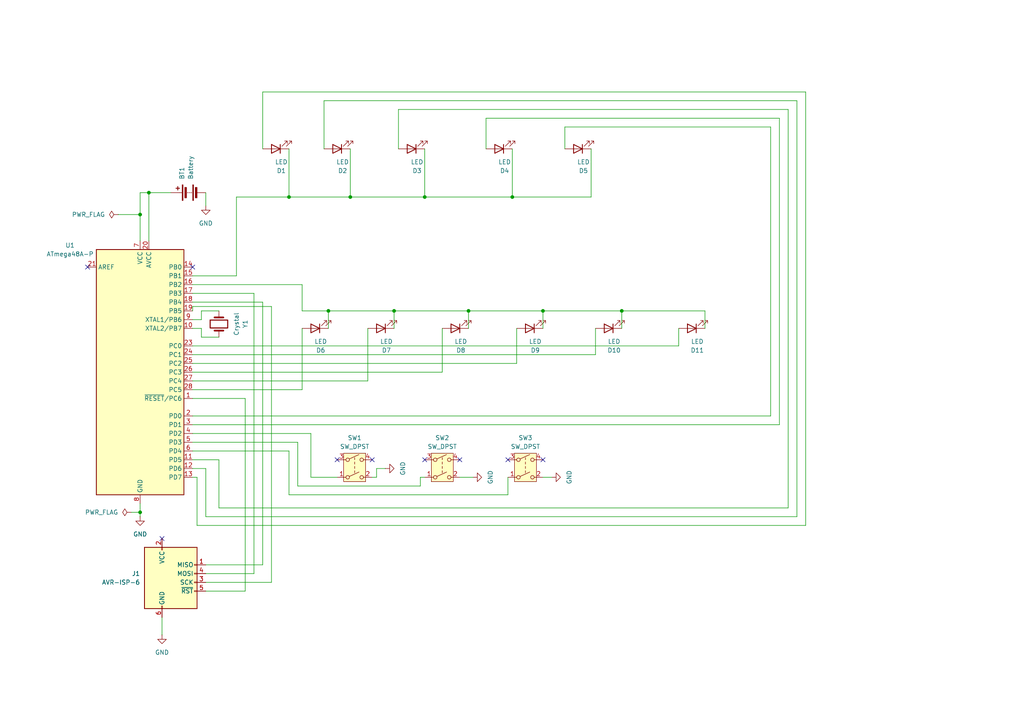
<source format=kicad_sch>
(kicad_sch
	(version 20231120)
	(generator "eeschema")
	(generator_version "8.0")
	(uuid "bcd709f8-4297-46a6-b289-7d914b54117d")
	(paper "A4")
	(title_block
		(title "V5 Uhr")
		(date "2025-01-09")
		(rev "1.0")
	)
	(lib_symbols
		(symbol "Connector:AVR-ISP-6"
			(pin_names
				(offset 1.016)
			)
			(exclude_from_sim no)
			(in_bom yes)
			(on_board yes)
			(property "Reference" "J"
				(at -6.35 11.43 0)
				(effects
					(font
						(size 1.27 1.27)
					)
					(justify left)
				)
			)
			(property "Value" "AVR-ISP-6"
				(at 0 11.43 0)
				(effects
					(font
						(size 1.27 1.27)
					)
					(justify left)
				)
			)
			(property "Footprint" ""
				(at -6.35 1.27 90)
				(effects
					(font
						(size 1.27 1.27)
					)
					(hide yes)
				)
			)
			(property "Datasheet" "~"
				(at -32.385 -13.97 0)
				(effects
					(font
						(size 1.27 1.27)
					)
					(hide yes)
				)
			)
			(property "Description" "Atmel 6-pin ISP connector"
				(at 0 0 0)
				(effects
					(font
						(size 1.27 1.27)
					)
					(hide yes)
				)
			)
			(property "ki_keywords" "AVR ISP Connector"
				(at 0 0 0)
				(effects
					(font
						(size 1.27 1.27)
					)
					(hide yes)
				)
			)
			(property "ki_fp_filters" "IDC?Header*2x03* Pin?Header*2x03*"
				(at 0 0 0)
				(effects
					(font
						(size 1.27 1.27)
					)
					(hide yes)
				)
			)
			(symbol "AVR-ISP-6_0_1"
				(rectangle
					(start -2.667 -6.858)
					(end -2.413 -7.62)
					(stroke
						(width 0)
						(type default)
					)
					(fill
						(type none)
					)
				)
				(rectangle
					(start -2.667 10.16)
					(end -2.413 9.398)
					(stroke
						(width 0)
						(type default)
					)
					(fill
						(type none)
					)
				)
				(rectangle
					(start 7.62 -2.413)
					(end 6.858 -2.667)
					(stroke
						(width 0)
						(type default)
					)
					(fill
						(type none)
					)
				)
				(rectangle
					(start 7.62 0.127)
					(end 6.858 -0.127)
					(stroke
						(width 0)
						(type default)
					)
					(fill
						(type none)
					)
				)
				(rectangle
					(start 7.62 2.667)
					(end 6.858 2.413)
					(stroke
						(width 0)
						(type default)
					)
					(fill
						(type none)
					)
				)
				(rectangle
					(start 7.62 5.207)
					(end 6.858 4.953)
					(stroke
						(width 0)
						(type default)
					)
					(fill
						(type none)
					)
				)
				(rectangle
					(start 7.62 10.16)
					(end -7.62 -7.62)
					(stroke
						(width 0.254)
						(type default)
					)
					(fill
						(type background)
					)
				)
			)
			(symbol "AVR-ISP-6_1_1"
				(pin passive line
					(at 10.16 5.08 180)
					(length 2.54)
					(name "MISO"
						(effects
							(font
								(size 1.27 1.27)
							)
						)
					)
					(number "1"
						(effects
							(font
								(size 1.27 1.27)
							)
						)
					)
				)
				(pin passive line
					(at -2.54 12.7 270)
					(length 2.54)
					(name "VCC"
						(effects
							(font
								(size 1.27 1.27)
							)
						)
					)
					(number "2"
						(effects
							(font
								(size 1.27 1.27)
							)
						)
					)
				)
				(pin passive line
					(at 10.16 0 180)
					(length 2.54)
					(name "SCK"
						(effects
							(font
								(size 1.27 1.27)
							)
						)
					)
					(number "3"
						(effects
							(font
								(size 1.27 1.27)
							)
						)
					)
				)
				(pin passive line
					(at 10.16 2.54 180)
					(length 2.54)
					(name "MOSI"
						(effects
							(font
								(size 1.27 1.27)
							)
						)
					)
					(number "4"
						(effects
							(font
								(size 1.27 1.27)
							)
						)
					)
				)
				(pin passive line
					(at 10.16 -2.54 180)
					(length 2.54)
					(name "~{RST}"
						(effects
							(font
								(size 1.27 1.27)
							)
						)
					)
					(number "5"
						(effects
							(font
								(size 1.27 1.27)
							)
						)
					)
				)
				(pin passive line
					(at -2.54 -10.16 90)
					(length 2.54)
					(name "GND"
						(effects
							(font
								(size 1.27 1.27)
							)
						)
					)
					(number "6"
						(effects
							(font
								(size 1.27 1.27)
							)
						)
					)
				)
			)
		)
		(symbol "Device:Battery"
			(pin_numbers hide)
			(pin_names
				(offset 0) hide)
			(exclude_from_sim no)
			(in_bom yes)
			(on_board yes)
			(property "Reference" "BT"
				(at 2.54 2.54 0)
				(effects
					(font
						(size 1.27 1.27)
					)
					(justify left)
				)
			)
			(property "Value" "Battery"
				(at 2.54 0 0)
				(effects
					(font
						(size 1.27 1.27)
					)
					(justify left)
				)
			)
			(property "Footprint" ""
				(at 0 1.524 90)
				(effects
					(font
						(size 1.27 1.27)
					)
					(hide yes)
				)
			)
			(property "Datasheet" "~"
				(at 0 1.524 90)
				(effects
					(font
						(size 1.27 1.27)
					)
					(hide yes)
				)
			)
			(property "Description" "Multiple-cell battery"
				(at 0 0 0)
				(effects
					(font
						(size 1.27 1.27)
					)
					(hide yes)
				)
			)
			(property "ki_keywords" "batt voltage-source cell"
				(at 0 0 0)
				(effects
					(font
						(size 1.27 1.27)
					)
					(hide yes)
				)
			)
			(symbol "Battery_0_1"
				(rectangle
					(start -2.286 -1.27)
					(end 2.286 -1.524)
					(stroke
						(width 0)
						(type default)
					)
					(fill
						(type outline)
					)
				)
				(rectangle
					(start -2.286 1.778)
					(end 2.286 1.524)
					(stroke
						(width 0)
						(type default)
					)
					(fill
						(type outline)
					)
				)
				(rectangle
					(start -1.524 -2.032)
					(end 1.524 -2.54)
					(stroke
						(width 0)
						(type default)
					)
					(fill
						(type outline)
					)
				)
				(rectangle
					(start -1.524 1.016)
					(end 1.524 0.508)
					(stroke
						(width 0)
						(type default)
					)
					(fill
						(type outline)
					)
				)
				(polyline
					(pts
						(xy 0 -1.016) (xy 0 -0.762)
					)
					(stroke
						(width 0)
						(type default)
					)
					(fill
						(type none)
					)
				)
				(polyline
					(pts
						(xy 0 -0.508) (xy 0 -0.254)
					)
					(stroke
						(width 0)
						(type default)
					)
					(fill
						(type none)
					)
				)
				(polyline
					(pts
						(xy 0 0) (xy 0 0.254)
					)
					(stroke
						(width 0)
						(type default)
					)
					(fill
						(type none)
					)
				)
				(polyline
					(pts
						(xy 0 1.778) (xy 0 2.54)
					)
					(stroke
						(width 0)
						(type default)
					)
					(fill
						(type none)
					)
				)
				(polyline
					(pts
						(xy 0.762 3.048) (xy 1.778 3.048)
					)
					(stroke
						(width 0.254)
						(type default)
					)
					(fill
						(type none)
					)
				)
				(polyline
					(pts
						(xy 1.27 3.556) (xy 1.27 2.54)
					)
					(stroke
						(width 0.254)
						(type default)
					)
					(fill
						(type none)
					)
				)
			)
			(symbol "Battery_1_1"
				(pin passive line
					(at 0 5.08 270)
					(length 2.54)
					(name "+"
						(effects
							(font
								(size 1.27 1.27)
							)
						)
					)
					(number "1"
						(effects
							(font
								(size 1.27 1.27)
							)
						)
					)
				)
				(pin passive line
					(at 0 -5.08 90)
					(length 2.54)
					(name "-"
						(effects
							(font
								(size 1.27 1.27)
							)
						)
					)
					(number "2"
						(effects
							(font
								(size 1.27 1.27)
							)
						)
					)
				)
			)
		)
		(symbol "Device:Crystal"
			(pin_numbers hide)
			(pin_names
				(offset 1.016) hide)
			(exclude_from_sim no)
			(in_bom yes)
			(on_board yes)
			(property "Reference" "Y"
				(at 0 3.81 0)
				(effects
					(font
						(size 1.27 1.27)
					)
				)
			)
			(property "Value" "Crystal"
				(at 0 -3.81 0)
				(effects
					(font
						(size 1.27 1.27)
					)
				)
			)
			(property "Footprint" ""
				(at 0 0 0)
				(effects
					(font
						(size 1.27 1.27)
					)
					(hide yes)
				)
			)
			(property "Datasheet" "~"
				(at 0 0 0)
				(effects
					(font
						(size 1.27 1.27)
					)
					(hide yes)
				)
			)
			(property "Description" "Two pin crystal"
				(at 0 0 0)
				(effects
					(font
						(size 1.27 1.27)
					)
					(hide yes)
				)
			)
			(property "ki_keywords" "quartz ceramic resonator oscillator"
				(at 0 0 0)
				(effects
					(font
						(size 1.27 1.27)
					)
					(hide yes)
				)
			)
			(property "ki_fp_filters" "Crystal*"
				(at 0 0 0)
				(effects
					(font
						(size 1.27 1.27)
					)
					(hide yes)
				)
			)
			(symbol "Crystal_0_1"
				(rectangle
					(start -1.143 2.54)
					(end 1.143 -2.54)
					(stroke
						(width 0.3048)
						(type default)
					)
					(fill
						(type none)
					)
				)
				(polyline
					(pts
						(xy -2.54 0) (xy -1.905 0)
					)
					(stroke
						(width 0)
						(type default)
					)
					(fill
						(type none)
					)
				)
				(polyline
					(pts
						(xy -1.905 -1.27) (xy -1.905 1.27)
					)
					(stroke
						(width 0.508)
						(type default)
					)
					(fill
						(type none)
					)
				)
				(polyline
					(pts
						(xy 1.905 -1.27) (xy 1.905 1.27)
					)
					(stroke
						(width 0.508)
						(type default)
					)
					(fill
						(type none)
					)
				)
				(polyline
					(pts
						(xy 2.54 0) (xy 1.905 0)
					)
					(stroke
						(width 0)
						(type default)
					)
					(fill
						(type none)
					)
				)
			)
			(symbol "Crystal_1_1"
				(pin passive line
					(at -3.81 0 0)
					(length 1.27)
					(name "1"
						(effects
							(font
								(size 1.27 1.27)
							)
						)
					)
					(number "1"
						(effects
							(font
								(size 1.27 1.27)
							)
						)
					)
				)
				(pin passive line
					(at 3.81 0 180)
					(length 1.27)
					(name "2"
						(effects
							(font
								(size 1.27 1.27)
							)
						)
					)
					(number "2"
						(effects
							(font
								(size 1.27 1.27)
							)
						)
					)
				)
			)
		)
		(symbol "Device:LED"
			(pin_numbers hide)
			(pin_names
				(offset 1.016) hide)
			(exclude_from_sim no)
			(in_bom yes)
			(on_board yes)
			(property "Reference" "D"
				(at 0 2.54 0)
				(effects
					(font
						(size 1.27 1.27)
					)
				)
			)
			(property "Value" "LED"
				(at 0 -2.54 0)
				(effects
					(font
						(size 1.27 1.27)
					)
				)
			)
			(property "Footprint" ""
				(at 0 0 0)
				(effects
					(font
						(size 1.27 1.27)
					)
					(hide yes)
				)
			)
			(property "Datasheet" "~"
				(at 0 0 0)
				(effects
					(font
						(size 1.27 1.27)
					)
					(hide yes)
				)
			)
			(property "Description" "Light emitting diode"
				(at 0 0 0)
				(effects
					(font
						(size 1.27 1.27)
					)
					(hide yes)
				)
			)
			(property "ki_keywords" "LED diode"
				(at 0 0 0)
				(effects
					(font
						(size 1.27 1.27)
					)
					(hide yes)
				)
			)
			(property "ki_fp_filters" "LED* LED_SMD:* LED_THT:*"
				(at 0 0 0)
				(effects
					(font
						(size 1.27 1.27)
					)
					(hide yes)
				)
			)
			(symbol "LED_0_1"
				(polyline
					(pts
						(xy -1.27 -1.27) (xy -1.27 1.27)
					)
					(stroke
						(width 0.254)
						(type default)
					)
					(fill
						(type none)
					)
				)
				(polyline
					(pts
						(xy -1.27 0) (xy 1.27 0)
					)
					(stroke
						(width 0)
						(type default)
					)
					(fill
						(type none)
					)
				)
				(polyline
					(pts
						(xy 1.27 -1.27) (xy 1.27 1.27) (xy -1.27 0) (xy 1.27 -1.27)
					)
					(stroke
						(width 0.254)
						(type default)
					)
					(fill
						(type none)
					)
				)
				(polyline
					(pts
						(xy -3.048 -0.762) (xy -4.572 -2.286) (xy -3.81 -2.286) (xy -4.572 -2.286) (xy -4.572 -1.524)
					)
					(stroke
						(width 0)
						(type default)
					)
					(fill
						(type none)
					)
				)
				(polyline
					(pts
						(xy -1.778 -0.762) (xy -3.302 -2.286) (xy -2.54 -2.286) (xy -3.302 -2.286) (xy -3.302 -1.524)
					)
					(stroke
						(width 0)
						(type default)
					)
					(fill
						(type none)
					)
				)
			)
			(symbol "LED_1_1"
				(pin passive line
					(at -3.81 0 0)
					(length 2.54)
					(name "K"
						(effects
							(font
								(size 1.27 1.27)
							)
						)
					)
					(number "1"
						(effects
							(font
								(size 1.27 1.27)
							)
						)
					)
				)
				(pin passive line
					(at 3.81 0 180)
					(length 2.54)
					(name "A"
						(effects
							(font
								(size 1.27 1.27)
							)
						)
					)
					(number "2"
						(effects
							(font
								(size 1.27 1.27)
							)
						)
					)
				)
			)
		)
		(symbol "MCU_Microchip_ATmega:ATmega48A-P"
			(exclude_from_sim no)
			(in_bom yes)
			(on_board yes)
			(property "Reference" "U"
				(at -12.7 36.83 0)
				(effects
					(font
						(size 1.27 1.27)
					)
					(justify left bottom)
				)
			)
			(property "Value" "ATmega48A-P"
				(at 2.54 -36.83 0)
				(effects
					(font
						(size 1.27 1.27)
					)
					(justify left top)
				)
			)
			(property "Footprint" "Package_DIP:DIP-28_W7.62mm"
				(at 0 0 0)
				(effects
					(font
						(size 1.27 1.27)
						(italic yes)
					)
					(hide yes)
				)
			)
			(property "Datasheet" "http://ww1.microchip.com/downloads/en/DeviceDoc/ATmega48A_88A_168A-Data-Sheet-40002007A.pdf"
				(at 0 0 0)
				(effects
					(font
						(size 1.27 1.27)
					)
					(hide yes)
				)
			)
			(property "Description" "20MHz, 4kB Flash, 512B SRAM, 256B EEPROM, DIP-28"
				(at 0 0 0)
				(effects
					(font
						(size 1.27 1.27)
					)
					(hide yes)
				)
			)
			(property "ki_keywords" "AVR 8bit Microcontroller MegaAVR"
				(at 0 0 0)
				(effects
					(font
						(size 1.27 1.27)
					)
					(hide yes)
				)
			)
			(property "ki_fp_filters" "DIP*W7.62mm*"
				(at 0 0 0)
				(effects
					(font
						(size 1.27 1.27)
					)
					(hide yes)
				)
			)
			(symbol "ATmega48A-P_0_1"
				(rectangle
					(start -12.7 -35.56)
					(end 12.7 35.56)
					(stroke
						(width 0.254)
						(type default)
					)
					(fill
						(type background)
					)
				)
			)
			(symbol "ATmega48A-P_1_1"
				(pin bidirectional line
					(at 15.24 -7.62 180)
					(length 2.54)
					(name "~{RESET}/PC6"
						(effects
							(font
								(size 1.27 1.27)
							)
						)
					)
					(number "1"
						(effects
							(font
								(size 1.27 1.27)
							)
						)
					)
				)
				(pin bidirectional line
					(at 15.24 12.7 180)
					(length 2.54)
					(name "XTAL2/PB7"
						(effects
							(font
								(size 1.27 1.27)
							)
						)
					)
					(number "10"
						(effects
							(font
								(size 1.27 1.27)
							)
						)
					)
				)
				(pin bidirectional line
					(at 15.24 -25.4 180)
					(length 2.54)
					(name "PD5"
						(effects
							(font
								(size 1.27 1.27)
							)
						)
					)
					(number "11"
						(effects
							(font
								(size 1.27 1.27)
							)
						)
					)
				)
				(pin bidirectional line
					(at 15.24 -27.94 180)
					(length 2.54)
					(name "PD6"
						(effects
							(font
								(size 1.27 1.27)
							)
						)
					)
					(number "12"
						(effects
							(font
								(size 1.27 1.27)
							)
						)
					)
				)
				(pin bidirectional line
					(at 15.24 -30.48 180)
					(length 2.54)
					(name "PD7"
						(effects
							(font
								(size 1.27 1.27)
							)
						)
					)
					(number "13"
						(effects
							(font
								(size 1.27 1.27)
							)
						)
					)
				)
				(pin bidirectional line
					(at 15.24 30.48 180)
					(length 2.54)
					(name "PB0"
						(effects
							(font
								(size 1.27 1.27)
							)
						)
					)
					(number "14"
						(effects
							(font
								(size 1.27 1.27)
							)
						)
					)
				)
				(pin bidirectional line
					(at 15.24 27.94 180)
					(length 2.54)
					(name "PB1"
						(effects
							(font
								(size 1.27 1.27)
							)
						)
					)
					(number "15"
						(effects
							(font
								(size 1.27 1.27)
							)
						)
					)
				)
				(pin bidirectional line
					(at 15.24 25.4 180)
					(length 2.54)
					(name "PB2"
						(effects
							(font
								(size 1.27 1.27)
							)
						)
					)
					(number "16"
						(effects
							(font
								(size 1.27 1.27)
							)
						)
					)
				)
				(pin bidirectional line
					(at 15.24 22.86 180)
					(length 2.54)
					(name "PB3"
						(effects
							(font
								(size 1.27 1.27)
							)
						)
					)
					(number "17"
						(effects
							(font
								(size 1.27 1.27)
							)
						)
					)
				)
				(pin bidirectional line
					(at 15.24 20.32 180)
					(length 2.54)
					(name "PB4"
						(effects
							(font
								(size 1.27 1.27)
							)
						)
					)
					(number "18"
						(effects
							(font
								(size 1.27 1.27)
							)
						)
					)
				)
				(pin bidirectional line
					(at 15.24 17.78 180)
					(length 2.54)
					(name "PB5"
						(effects
							(font
								(size 1.27 1.27)
							)
						)
					)
					(number "19"
						(effects
							(font
								(size 1.27 1.27)
							)
						)
					)
				)
				(pin bidirectional line
					(at 15.24 -12.7 180)
					(length 2.54)
					(name "PD0"
						(effects
							(font
								(size 1.27 1.27)
							)
						)
					)
					(number "2"
						(effects
							(font
								(size 1.27 1.27)
							)
						)
					)
				)
				(pin power_in line
					(at 2.54 38.1 270)
					(length 2.54)
					(name "AVCC"
						(effects
							(font
								(size 1.27 1.27)
							)
						)
					)
					(number "20"
						(effects
							(font
								(size 1.27 1.27)
							)
						)
					)
				)
				(pin passive line
					(at -15.24 30.48 0)
					(length 2.54)
					(name "AREF"
						(effects
							(font
								(size 1.27 1.27)
							)
						)
					)
					(number "21"
						(effects
							(font
								(size 1.27 1.27)
							)
						)
					)
				)
				(pin passive line
					(at 0 -38.1 90)
					(length 2.54) hide
					(name "GND"
						(effects
							(font
								(size 1.27 1.27)
							)
						)
					)
					(number "22"
						(effects
							(font
								(size 1.27 1.27)
							)
						)
					)
				)
				(pin bidirectional line
					(at 15.24 7.62 180)
					(length 2.54)
					(name "PC0"
						(effects
							(font
								(size 1.27 1.27)
							)
						)
					)
					(number "23"
						(effects
							(font
								(size 1.27 1.27)
							)
						)
					)
				)
				(pin bidirectional line
					(at 15.24 5.08 180)
					(length 2.54)
					(name "PC1"
						(effects
							(font
								(size 1.27 1.27)
							)
						)
					)
					(number "24"
						(effects
							(font
								(size 1.27 1.27)
							)
						)
					)
				)
				(pin bidirectional line
					(at 15.24 2.54 180)
					(length 2.54)
					(name "PC2"
						(effects
							(font
								(size 1.27 1.27)
							)
						)
					)
					(number "25"
						(effects
							(font
								(size 1.27 1.27)
							)
						)
					)
				)
				(pin bidirectional line
					(at 15.24 0 180)
					(length 2.54)
					(name "PC3"
						(effects
							(font
								(size 1.27 1.27)
							)
						)
					)
					(number "26"
						(effects
							(font
								(size 1.27 1.27)
							)
						)
					)
				)
				(pin bidirectional line
					(at 15.24 -2.54 180)
					(length 2.54)
					(name "PC4"
						(effects
							(font
								(size 1.27 1.27)
							)
						)
					)
					(number "27"
						(effects
							(font
								(size 1.27 1.27)
							)
						)
					)
				)
				(pin bidirectional line
					(at 15.24 -5.08 180)
					(length 2.54)
					(name "PC5"
						(effects
							(font
								(size 1.27 1.27)
							)
						)
					)
					(number "28"
						(effects
							(font
								(size 1.27 1.27)
							)
						)
					)
				)
				(pin bidirectional line
					(at 15.24 -15.24 180)
					(length 2.54)
					(name "PD1"
						(effects
							(font
								(size 1.27 1.27)
							)
						)
					)
					(number "3"
						(effects
							(font
								(size 1.27 1.27)
							)
						)
					)
				)
				(pin bidirectional line
					(at 15.24 -17.78 180)
					(length 2.54)
					(name "PD2"
						(effects
							(font
								(size 1.27 1.27)
							)
						)
					)
					(number "4"
						(effects
							(font
								(size 1.27 1.27)
							)
						)
					)
				)
				(pin bidirectional line
					(at 15.24 -20.32 180)
					(length 2.54)
					(name "PD3"
						(effects
							(font
								(size 1.27 1.27)
							)
						)
					)
					(number "5"
						(effects
							(font
								(size 1.27 1.27)
							)
						)
					)
				)
				(pin bidirectional line
					(at 15.24 -22.86 180)
					(length 2.54)
					(name "PD4"
						(effects
							(font
								(size 1.27 1.27)
							)
						)
					)
					(number "6"
						(effects
							(font
								(size 1.27 1.27)
							)
						)
					)
				)
				(pin power_in line
					(at 0 38.1 270)
					(length 2.54)
					(name "VCC"
						(effects
							(font
								(size 1.27 1.27)
							)
						)
					)
					(number "7"
						(effects
							(font
								(size 1.27 1.27)
							)
						)
					)
				)
				(pin power_in line
					(at 0 -38.1 90)
					(length 2.54)
					(name "GND"
						(effects
							(font
								(size 1.27 1.27)
							)
						)
					)
					(number "8"
						(effects
							(font
								(size 1.27 1.27)
							)
						)
					)
				)
				(pin bidirectional line
					(at 15.24 15.24 180)
					(length 2.54)
					(name "XTAL1/PB6"
						(effects
							(font
								(size 1.27 1.27)
							)
						)
					)
					(number "9"
						(effects
							(font
								(size 1.27 1.27)
							)
						)
					)
				)
			)
		)
		(symbol "Switch:SW_DPST"
			(pin_names
				(offset 0) hide)
			(exclude_from_sim no)
			(in_bom yes)
			(on_board yes)
			(property "Reference" "SW"
				(at 0 6.35 0)
				(effects
					(font
						(size 1.27 1.27)
					)
				)
			)
			(property "Value" "SW_DPST"
				(at 0 -5.08 0)
				(effects
					(font
						(size 1.27 1.27)
					)
				)
			)
			(property "Footprint" ""
				(at 0 0 0)
				(effects
					(font
						(size 1.27 1.27)
					)
					(hide yes)
				)
			)
			(property "Datasheet" "~"
				(at 0 0 0)
				(effects
					(font
						(size 1.27 1.27)
					)
					(hide yes)
				)
			)
			(property "Description" "Double Pole Single Throw (DPST) Switch"
				(at 0 0 0)
				(effects
					(font
						(size 1.27 1.27)
					)
					(hide yes)
				)
			)
			(property "ki_keywords" "switch dual double-pole single-throw OFF-ON"
				(at 0 0 0)
				(effects
					(font
						(size 1.27 1.27)
					)
					(hide yes)
				)
			)
			(symbol "SW_DPST_0_0"
				(circle
					(center -2.032 -2.54)
					(radius 0.508)
					(stroke
						(width 0)
						(type default)
					)
					(fill
						(type none)
					)
				)
				(circle
					(center -2.032 2.54)
					(radius 0.508)
					(stroke
						(width 0)
						(type default)
					)
					(fill
						(type none)
					)
				)
				(polyline
					(pts
						(xy -1.524 -2.286) (xy 1.27 -1.016)
					)
					(stroke
						(width 0)
						(type default)
					)
					(fill
						(type none)
					)
				)
				(polyline
					(pts
						(xy -1.524 2.794) (xy 1.27 4.064)
					)
					(stroke
						(width 0)
						(type default)
					)
					(fill
						(type none)
					)
				)
				(polyline
					(pts
						(xy 0 -1.27) (xy 0 -0.635)
					)
					(stroke
						(width 0)
						(type default)
					)
					(fill
						(type none)
					)
				)
				(polyline
					(pts
						(xy 0 0) (xy 0 0.635)
					)
					(stroke
						(width 0)
						(type default)
					)
					(fill
						(type none)
					)
				)
				(polyline
					(pts
						(xy 0 1.27) (xy 0 1.905)
					)
					(stroke
						(width 0)
						(type default)
					)
					(fill
						(type none)
					)
				)
				(polyline
					(pts
						(xy 0 2.54) (xy 0 3.175)
					)
					(stroke
						(width 0)
						(type default)
					)
					(fill
						(type none)
					)
				)
				(circle
					(center 2.032 -2.54)
					(radius 0.508)
					(stroke
						(width 0)
						(type default)
					)
					(fill
						(type none)
					)
				)
				(circle
					(center 2.032 2.54)
					(radius 0.508)
					(stroke
						(width 0)
						(type default)
					)
					(fill
						(type none)
					)
				)
			)
			(symbol "SW_DPST_1_1"
				(rectangle
					(start -3.175 4.445)
					(end 3.175 -3.81)
					(stroke
						(width 0)
						(type default)
					)
					(fill
						(type background)
					)
				)
				(pin passive line
					(at -5.08 -2.54 0)
					(length 2.54)
					(name "1"
						(effects
							(font
								(size 1.27 1.27)
							)
						)
					)
					(number "1"
						(effects
							(font
								(size 1.27 1.27)
							)
						)
					)
				)
				(pin passive line
					(at 5.08 -2.54 180)
					(length 2.54)
					(name "2"
						(effects
							(font
								(size 1.27 1.27)
							)
						)
					)
					(number "2"
						(effects
							(font
								(size 1.27 1.27)
							)
						)
					)
				)
				(pin passive line
					(at -5.08 2.54 0)
					(length 2.54)
					(name "3"
						(effects
							(font
								(size 1.27 1.27)
							)
						)
					)
					(number "3"
						(effects
							(font
								(size 1.27 1.27)
							)
						)
					)
				)
				(pin passive line
					(at 5.08 2.54 180)
					(length 2.54)
					(name "4"
						(effects
							(font
								(size 1.27 1.27)
							)
						)
					)
					(number "4"
						(effects
							(font
								(size 1.27 1.27)
							)
						)
					)
				)
			)
		)
		(symbol "power:GND"
			(power)
			(pin_numbers hide)
			(pin_names
				(offset 0) hide)
			(exclude_from_sim no)
			(in_bom yes)
			(on_board yes)
			(property "Reference" "#PWR"
				(at 0 -6.35 0)
				(effects
					(font
						(size 1.27 1.27)
					)
					(hide yes)
				)
			)
			(property "Value" "GND"
				(at 0 -3.81 0)
				(effects
					(font
						(size 1.27 1.27)
					)
				)
			)
			(property "Footprint" ""
				(at 0 0 0)
				(effects
					(font
						(size 1.27 1.27)
					)
					(hide yes)
				)
			)
			(property "Datasheet" ""
				(at 0 0 0)
				(effects
					(font
						(size 1.27 1.27)
					)
					(hide yes)
				)
			)
			(property "Description" "Power symbol creates a global label with name \"GND\" , ground"
				(at 0 0 0)
				(effects
					(font
						(size 1.27 1.27)
					)
					(hide yes)
				)
			)
			(property "ki_keywords" "global power"
				(at 0 0 0)
				(effects
					(font
						(size 1.27 1.27)
					)
					(hide yes)
				)
			)
			(symbol "GND_0_1"
				(polyline
					(pts
						(xy 0 0) (xy 0 -1.27) (xy 1.27 -1.27) (xy 0 -2.54) (xy -1.27 -1.27) (xy 0 -1.27)
					)
					(stroke
						(width 0)
						(type default)
					)
					(fill
						(type none)
					)
				)
			)
			(symbol "GND_1_1"
				(pin power_in line
					(at 0 0 270)
					(length 0)
					(name "~"
						(effects
							(font
								(size 1.27 1.27)
							)
						)
					)
					(number "1"
						(effects
							(font
								(size 1.27 1.27)
							)
						)
					)
				)
			)
		)
		(symbol "power:PWR_FLAG"
			(power)
			(pin_numbers hide)
			(pin_names
				(offset 0) hide)
			(exclude_from_sim no)
			(in_bom yes)
			(on_board yes)
			(property "Reference" "#FLG"
				(at 0 1.905 0)
				(effects
					(font
						(size 1.27 1.27)
					)
					(hide yes)
				)
			)
			(property "Value" "PWR_FLAG"
				(at 0 3.81 0)
				(effects
					(font
						(size 1.27 1.27)
					)
				)
			)
			(property "Footprint" ""
				(at 0 0 0)
				(effects
					(font
						(size 1.27 1.27)
					)
					(hide yes)
				)
			)
			(property "Datasheet" "~"
				(at 0 0 0)
				(effects
					(font
						(size 1.27 1.27)
					)
					(hide yes)
				)
			)
			(property "Description" "Special symbol for telling ERC where power comes from"
				(at 0 0 0)
				(effects
					(font
						(size 1.27 1.27)
					)
					(hide yes)
				)
			)
			(property "ki_keywords" "flag power"
				(at 0 0 0)
				(effects
					(font
						(size 1.27 1.27)
					)
					(hide yes)
				)
			)
			(symbol "PWR_FLAG_0_0"
				(pin power_out line
					(at 0 0 90)
					(length 0)
					(name "~"
						(effects
							(font
								(size 1.27 1.27)
							)
						)
					)
					(number "1"
						(effects
							(font
								(size 1.27 1.27)
							)
						)
					)
				)
			)
			(symbol "PWR_FLAG_0_1"
				(polyline
					(pts
						(xy 0 0) (xy 0 1.27) (xy -1.016 1.905) (xy 0 2.54) (xy 1.016 1.905) (xy 0 1.27)
					)
					(stroke
						(width 0)
						(type default)
					)
					(fill
						(type none)
					)
				)
			)
		)
	)
	(junction
		(at 43.18 55.88)
		(diameter 0)
		(color 0 0 0 0)
		(uuid "0b2f43b0-08fb-468d-aaf2-ab9b5f918fcd")
	)
	(junction
		(at 157.48 90.17)
		(diameter 0)
		(color 0 0 0 0)
		(uuid "50c914fd-1cee-428c-913e-758633677a1e")
	)
	(junction
		(at 40.64 62.23)
		(diameter 0)
		(color 0 0 0 0)
		(uuid "63f0e18b-ce9c-4d07-bc32-b5671c73dcad")
	)
	(junction
		(at 180.34 90.17)
		(diameter 0)
		(color 0 0 0 0)
		(uuid "712e3ddf-60b5-4c6d-8b51-6d6c02d556b8")
	)
	(junction
		(at 83.82 57.15)
		(diameter 0)
		(color 0 0 0 0)
		(uuid "79fc1248-5322-403f-9fbc-8b39f9b0245e")
	)
	(junction
		(at 114.3 90.17)
		(diameter 0)
		(color 0 0 0 0)
		(uuid "a40585ae-6838-403a-a325-df3090f7dfb2")
	)
	(junction
		(at 40.64 148.59)
		(diameter 0)
		(color 0 0 0 0)
		(uuid "d1e54b74-0f03-4a60-a7bb-3f112662c3b5")
	)
	(junction
		(at 135.89 90.17)
		(diameter 0)
		(color 0 0 0 0)
		(uuid "d9a435c0-e764-4726-80fd-00f9a576d88f")
	)
	(junction
		(at 123.19 57.15)
		(diameter 0)
		(color 0 0 0 0)
		(uuid "daa941a7-4035-4cab-ae55-212c3ff369bc")
	)
	(junction
		(at 148.59 57.15)
		(diameter 0)
		(color 0 0 0 0)
		(uuid "ddc6341a-658f-4c78-93d9-6bf409d4efa7")
	)
	(junction
		(at 95.25 90.17)
		(diameter 0)
		(color 0 0 0 0)
		(uuid "f168170a-990d-4896-922b-2984c46ff60a")
	)
	(junction
		(at 101.6 57.15)
		(diameter 0)
		(color 0 0 0 0)
		(uuid "fe1c3e6d-0708-4e2c-88c4-f0f9b1eb2e24")
	)
	(no_connect
		(at 157.48 133.35)
		(uuid "224cc8b8-6828-4476-8d21-584ff95c0150")
	)
	(no_connect
		(at 46.99 156.21)
		(uuid "2337f890-0e0d-4303-8e6a-a90e9135b3b2")
	)
	(no_connect
		(at 107.95 133.35)
		(uuid "26d3b25b-1a70-4a69-bf55-c7ca0717734f")
	)
	(no_connect
		(at 55.88 77.47)
		(uuid "49e6dcab-2c38-4220-9ed3-43d033d1f785")
	)
	(no_connect
		(at 25.4 77.47)
		(uuid "57c2cc11-d6eb-4205-896c-5a5fcf241f62")
	)
	(no_connect
		(at 133.35 133.35)
		(uuid "6d208de1-00f2-4d6b-a87e-c82682649c8f")
	)
	(no_connect
		(at 97.79 133.35)
		(uuid "85593728-ad3e-4222-a61a-851580c75dcf")
	)
	(no_connect
		(at 123.19 133.35)
		(uuid "86466701-0285-42ba-827c-d28e94f7cc06")
	)
	(no_connect
		(at 147.32 133.35)
		(uuid "c1ce79cf-8b10-41b9-9d53-0f7eb93f6c15")
	)
	(wire
		(pts
			(xy 107.95 138.43) (xy 109.22 138.43)
		)
		(stroke
			(width 0)
			(type default)
		)
		(uuid "004b6125-51ba-449a-9c8a-6cc38c0bf87f")
	)
	(wire
		(pts
			(xy 40.64 148.59) (xy 40.64 149.86)
		)
		(stroke
			(width 0)
			(type default)
		)
		(uuid "09e2b300-4efc-4bca-9e39-5d77af5d6edc")
	)
	(wire
		(pts
			(xy 83.82 43.18) (xy 83.82 57.15)
		)
		(stroke
			(width 0)
			(type default)
		)
		(uuid "0e45066f-2088-44f8-8e63-e453a14be081")
	)
	(wire
		(pts
			(xy 148.59 43.18) (xy 148.59 57.15)
		)
		(stroke
			(width 0)
			(type default)
		)
		(uuid "0fe74a12-881a-4247-80b7-c3c53014c30c")
	)
	(wire
		(pts
			(xy 121.92 140.97) (xy 121.92 138.43)
		)
		(stroke
			(width 0)
			(type default)
		)
		(uuid "117df0fc-6e52-4877-a149-82336f292213")
	)
	(wire
		(pts
			(xy 55.88 130.81) (xy 83.82 130.81)
		)
		(stroke
			(width 0)
			(type default)
		)
		(uuid "13f30614-0ed4-4d08-a2d1-8ab855b49d16")
	)
	(wire
		(pts
			(xy 55.88 88.9) (xy 78.74 88.9)
		)
		(stroke
			(width 0)
			(type default)
		)
		(uuid "14d457ad-e2d0-45aa-abb6-9080bef91a37")
	)
	(wire
		(pts
			(xy 63.5 147.32) (xy 228.6 147.32)
		)
		(stroke
			(width 0)
			(type default)
		)
		(uuid "17ec4caf-7e86-4e28-9075-092884bb9e70")
	)
	(wire
		(pts
			(xy 83.82 57.15) (xy 101.6 57.15)
		)
		(stroke
			(width 0)
			(type default)
		)
		(uuid "186e07ad-e88d-4e5c-9e67-385a11826f6b")
	)
	(wire
		(pts
			(xy 55.88 138.43) (xy 57.15 138.43)
		)
		(stroke
			(width 0)
			(type default)
		)
		(uuid "1a6f3edc-be40-4a3f-b9f8-92b2c640a5b4")
	)
	(wire
		(pts
			(xy 86.36 128.27) (xy 86.36 140.97)
		)
		(stroke
			(width 0)
			(type default)
		)
		(uuid "1aa7c81d-bdcb-4885-9cb9-989073855d43")
	)
	(wire
		(pts
			(xy 73.66 166.37) (xy 59.69 166.37)
		)
		(stroke
			(width 0)
			(type default)
		)
		(uuid "1db9eebd-5fd0-4c1c-86e6-d88ea58841a5")
	)
	(wire
		(pts
			(xy 73.66 85.09) (xy 73.66 166.37)
		)
		(stroke
			(width 0)
			(type default)
		)
		(uuid "1dc729f4-5a46-4fa7-adb1-8aff91cbdce2")
	)
	(wire
		(pts
			(xy 38.1 148.59) (xy 40.64 148.59)
		)
		(stroke
			(width 0)
			(type default)
		)
		(uuid "1f2cf87d-ec8f-49e2-b066-f4f7cc21c4b7")
	)
	(wire
		(pts
			(xy 59.69 149.86) (xy 231.14 149.86)
		)
		(stroke
			(width 0)
			(type default)
		)
		(uuid "20b83e4c-6cd0-4286-9d6d-cacdd94ed63f")
	)
	(wire
		(pts
			(xy 106.68 110.49) (xy 55.88 110.49)
		)
		(stroke
			(width 0)
			(type default)
		)
		(uuid "213e7425-a4dc-459a-9a52-46e3c95b058c")
	)
	(wire
		(pts
			(xy 87.63 82.55) (xy 87.63 90.17)
		)
		(stroke
			(width 0)
			(type default)
		)
		(uuid "263320ec-02c2-4256-bacb-1cb916aaf6d2")
	)
	(wire
		(pts
			(xy 68.58 80.01) (xy 68.58 57.15)
		)
		(stroke
			(width 0)
			(type default)
		)
		(uuid "29ab61da-7f57-4117-a771-3618622c6a6d")
	)
	(wire
		(pts
			(xy 163.83 36.83) (xy 223.52 36.83)
		)
		(stroke
			(width 0)
			(type default)
		)
		(uuid "2ab385d3-5e93-4796-8e0b-095b9c4bf17f")
	)
	(wire
		(pts
			(xy 55.88 128.27) (xy 86.36 128.27)
		)
		(stroke
			(width 0)
			(type default)
		)
		(uuid "2bf2fab9-272c-4cde-a010-e884535bda89")
	)
	(wire
		(pts
			(xy 149.86 105.41) (xy 55.88 105.41)
		)
		(stroke
			(width 0)
			(type default)
		)
		(uuid "2c004158-2c7f-404d-ac7f-f7305d173b1d")
	)
	(wire
		(pts
			(xy 149.86 95.25) (xy 149.86 105.41)
		)
		(stroke
			(width 0)
			(type default)
		)
		(uuid "373c6791-e797-441e-9edc-55074ba1a448")
	)
	(wire
		(pts
			(xy 55.88 80.01) (xy 68.58 80.01)
		)
		(stroke
			(width 0)
			(type default)
		)
		(uuid "3fe267a0-d272-4f7b-b0d2-a0ade59827dc")
	)
	(wire
		(pts
			(xy 157.48 138.43) (xy 160.02 138.43)
		)
		(stroke
			(width 0)
			(type default)
		)
		(uuid "4022cc38-2edd-439b-a49d-49d05bfff3f0")
	)
	(wire
		(pts
			(xy 57.15 138.43) (xy 57.15 152.4)
		)
		(stroke
			(width 0)
			(type default)
		)
		(uuid "4031155d-7879-46c2-a50e-52a42e57af38")
	)
	(wire
		(pts
			(xy 147.32 143.51) (xy 147.32 138.43)
		)
		(stroke
			(width 0)
			(type default)
		)
		(uuid "41637933-aab8-4f7b-ac01-3dad10aafb65")
	)
	(wire
		(pts
			(xy 133.35 138.43) (xy 137.16 138.43)
		)
		(stroke
			(width 0)
			(type default)
		)
		(uuid "428b8cd8-2f38-43df-81b1-0e7d5069df98")
	)
	(wire
		(pts
			(xy 63.5 133.35) (xy 63.5 147.32)
		)
		(stroke
			(width 0)
			(type default)
		)
		(uuid "42e99c21-30e8-475d-a210-04ce268b84e2")
	)
	(wire
		(pts
			(xy 196.85 95.25) (xy 196.85 100.33)
		)
		(stroke
			(width 0)
			(type default)
		)
		(uuid "44e8735b-c0ff-4a00-8e8b-7af2e775ae5c")
	)
	(wire
		(pts
			(xy 43.18 55.88) (xy 43.18 69.85)
		)
		(stroke
			(width 0)
			(type default)
		)
		(uuid "45cd7930-eba8-4cb5-b68f-7066231b9698")
	)
	(wire
		(pts
			(xy 228.6 147.32) (xy 228.6 31.75)
		)
		(stroke
			(width 0)
			(type default)
		)
		(uuid "46c5d672-2908-4352-8cce-4b6269a93571")
	)
	(wire
		(pts
			(xy 59.69 59.69) (xy 59.69 55.88)
		)
		(stroke
			(width 0)
			(type default)
		)
		(uuid "49f4b718-bf8e-4e45-87b1-87fc1f8a5967")
	)
	(wire
		(pts
			(xy 86.36 140.97) (xy 121.92 140.97)
		)
		(stroke
			(width 0)
			(type default)
		)
		(uuid "4b326200-3a3c-4ffe-84db-3efd6e144bd8")
	)
	(wire
		(pts
			(xy 58.42 90.17) (xy 63.5 90.17)
		)
		(stroke
			(width 0)
			(type default)
		)
		(uuid "4b7b4acc-e985-41ab-b928-5ebe5852058c")
	)
	(wire
		(pts
			(xy 171.45 57.15) (xy 171.45 43.18)
		)
		(stroke
			(width 0)
			(type default)
		)
		(uuid "50407ea2-9749-4650-b257-16e0b77fdbfd")
	)
	(wire
		(pts
			(xy 87.63 113.03) (xy 55.88 113.03)
		)
		(stroke
			(width 0)
			(type default)
		)
		(uuid "51cf8196-67a5-4a39-a31c-74e34136ee52")
	)
	(wire
		(pts
			(xy 180.34 90.17) (xy 204.47 90.17)
		)
		(stroke
			(width 0)
			(type default)
		)
		(uuid "5254a5ad-bf93-47b2-b1c0-55efb1c58325")
	)
	(wire
		(pts
			(xy 58.42 95.25) (xy 58.42 97.79)
		)
		(stroke
			(width 0)
			(type default)
		)
		(uuid "5a2b62d7-58c9-42e3-a8c1-12ea7d6d2cb3")
	)
	(wire
		(pts
			(xy 83.82 130.81) (xy 83.82 143.51)
		)
		(stroke
			(width 0)
			(type default)
		)
		(uuid "5c97bfa2-aac2-41a3-ba0e-7f6c87f74146")
	)
	(wire
		(pts
			(xy 172.72 95.25) (xy 172.72 102.87)
		)
		(stroke
			(width 0)
			(type default)
		)
		(uuid "5f3e2ae8-7895-47fb-b1c5-e78e8268041a")
	)
	(wire
		(pts
			(xy 76.2 26.67) (xy 76.2 43.18)
		)
		(stroke
			(width 0)
			(type default)
		)
		(uuid "616542a9-35c7-4f5d-92a2-49c3b48f795a")
	)
	(wire
		(pts
			(xy 93.98 29.21) (xy 93.98 43.18)
		)
		(stroke
			(width 0)
			(type default)
		)
		(uuid "61ee248e-a7c0-409f-a03a-b7dc106ec9cb")
	)
	(wire
		(pts
			(xy 59.69 171.45) (xy 71.12 171.45)
		)
		(stroke
			(width 0)
			(type default)
		)
		(uuid "61fe132e-3fc8-457c-859d-4d2406f6da2b")
	)
	(wire
		(pts
			(xy 78.74 168.91) (xy 59.69 168.91)
		)
		(stroke
			(width 0)
			(type default)
		)
		(uuid "65938ef6-1788-4d14-952b-94515f854855")
	)
	(wire
		(pts
			(xy 226.06 123.19) (xy 226.06 34.29)
		)
		(stroke
			(width 0)
			(type default)
		)
		(uuid "67b8c067-9c0c-4715-8575-7a2b7e8a54fa")
	)
	(wire
		(pts
			(xy 71.12 171.45) (xy 71.12 115.57)
		)
		(stroke
			(width 0)
			(type default)
		)
		(uuid "6d650b24-d07b-47ab-9320-35e72137bf33")
	)
	(wire
		(pts
			(xy 135.89 90.17) (xy 157.48 90.17)
		)
		(stroke
			(width 0)
			(type default)
		)
		(uuid "725cf7df-2477-4edf-8d66-bdfa0298e3b8")
	)
	(wire
		(pts
			(xy 78.74 88.9) (xy 78.74 168.91)
		)
		(stroke
			(width 0)
			(type default)
		)
		(uuid "745594df-d0aa-4049-89de-ba3ae5035e61")
	)
	(wire
		(pts
			(xy 55.88 125.73) (xy 90.17 125.73)
		)
		(stroke
			(width 0)
			(type default)
		)
		(uuid "7ac06c77-c656-4662-9616-3464244cd35e")
	)
	(wire
		(pts
			(xy 90.17 138.43) (xy 97.79 138.43)
		)
		(stroke
			(width 0)
			(type default)
		)
		(uuid "7d89b2a0-45af-45b6-ae57-c867455ac3de")
	)
	(wire
		(pts
			(xy 76.2 87.63) (xy 76.2 163.83)
		)
		(stroke
			(width 0)
			(type default)
		)
		(uuid "809c2f72-cbb1-4f2c-9a80-49e0f969fc3e")
	)
	(wire
		(pts
			(xy 114.3 90.17) (xy 114.3 95.25)
		)
		(stroke
			(width 0)
			(type default)
		)
		(uuid "80b17af5-cfbf-4c0a-b8bb-c27777150747")
	)
	(wire
		(pts
			(xy 123.19 43.18) (xy 123.19 57.15)
		)
		(stroke
			(width 0)
			(type default)
		)
		(uuid "81f11384-388e-4cd3-b027-2490faa4a86e")
	)
	(wire
		(pts
			(xy 123.19 57.15) (xy 148.59 57.15)
		)
		(stroke
			(width 0)
			(type default)
		)
		(uuid "86d6b880-5d50-4c10-98de-ea136f4eba3e")
	)
	(wire
		(pts
			(xy 172.72 102.87) (xy 55.88 102.87)
		)
		(stroke
			(width 0)
			(type default)
		)
		(uuid "87b5a634-3396-4cb6-ae3e-9e75aa9e4a3c")
	)
	(wire
		(pts
			(xy 233.68 152.4) (xy 233.68 26.67)
		)
		(stroke
			(width 0)
			(type default)
		)
		(uuid "8d002442-2715-45fa-b684-2eeaa9f667b5")
	)
	(wire
		(pts
			(xy 109.22 135.89) (xy 111.76 135.89)
		)
		(stroke
			(width 0)
			(type default)
		)
		(uuid "8d67aa23-fdc4-4a9a-8be3-7cc2dbdfdc97")
	)
	(wire
		(pts
			(xy 55.88 123.19) (xy 226.06 123.19)
		)
		(stroke
			(width 0)
			(type default)
		)
		(uuid "95f5508d-fc95-4358-84c3-24443839852e")
	)
	(wire
		(pts
			(xy 55.88 115.57) (xy 71.12 115.57)
		)
		(stroke
			(width 0)
			(type default)
		)
		(uuid "96315d61-7b97-4060-bd57-9c1a20e4a97d")
	)
	(wire
		(pts
			(xy 57.15 152.4) (xy 233.68 152.4)
		)
		(stroke
			(width 0)
			(type default)
		)
		(uuid "980aa5fb-837c-4e8c-90a3-a42eeeb64ebd")
	)
	(wire
		(pts
			(xy 128.27 95.25) (xy 128.27 107.95)
		)
		(stroke
			(width 0)
			(type default)
		)
		(uuid "9a8b1a18-d2e0-49fe-963a-d0cdaaf89828")
	)
	(wire
		(pts
			(xy 68.58 57.15) (xy 83.82 57.15)
		)
		(stroke
			(width 0)
			(type default)
		)
		(uuid "9d175dec-b428-4749-b0b4-0ac1a4d3e04b")
	)
	(wire
		(pts
			(xy 43.18 55.88) (xy 40.64 55.88)
		)
		(stroke
			(width 0)
			(type default)
		)
		(uuid "a8f8894b-0dee-4189-a280-1b30d4dd69ec")
	)
	(wire
		(pts
			(xy 95.25 90.17) (xy 114.3 90.17)
		)
		(stroke
			(width 0)
			(type default)
		)
		(uuid "aa427639-2931-46c4-9173-cd368c7d0c18")
	)
	(wire
		(pts
			(xy 109.22 138.43) (xy 109.22 135.89)
		)
		(stroke
			(width 0)
			(type default)
		)
		(uuid "aa95f248-9585-45e4-b25e-6dbd6e435102")
	)
	(wire
		(pts
			(xy 140.97 34.29) (xy 140.97 43.18)
		)
		(stroke
			(width 0)
			(type default)
		)
		(uuid "ac016db8-5ffe-4788-928e-aee8f657ff32")
	)
	(wire
		(pts
			(xy 40.64 146.05) (xy 40.64 148.59)
		)
		(stroke
			(width 0)
			(type default)
		)
		(uuid "acbe8296-d902-449c-9860-d91b755bc1ca")
	)
	(wire
		(pts
			(xy 114.3 90.17) (xy 135.89 90.17)
		)
		(stroke
			(width 0)
			(type default)
		)
		(uuid "ad74c514-704b-4819-b215-828201571ad6")
	)
	(wire
		(pts
			(xy 58.42 97.79) (xy 63.5 97.79)
		)
		(stroke
			(width 0)
			(type default)
		)
		(uuid "b079db09-4047-479f-a476-7261b716a3d8")
	)
	(wire
		(pts
			(xy 46.99 179.07) (xy 46.99 184.15)
		)
		(stroke
			(width 0)
			(type default)
		)
		(uuid "b131e606-9768-4b46-9656-2ff9f6b5a0e4")
	)
	(wire
		(pts
			(xy 55.88 87.63) (xy 76.2 87.63)
		)
		(stroke
			(width 0)
			(type default)
		)
		(uuid "b386c3b6-3faf-45ce-8328-f42242905e1e")
	)
	(wire
		(pts
			(xy 55.88 133.35) (xy 63.5 133.35)
		)
		(stroke
			(width 0)
			(type default)
		)
		(uuid "b7480c35-6af6-4ee8-8128-c9a42f3cce3f")
	)
	(wire
		(pts
			(xy 87.63 90.17) (xy 95.25 90.17)
		)
		(stroke
			(width 0)
			(type default)
		)
		(uuid "ba7e4519-b501-432f-8d6f-35a235298450")
	)
	(wire
		(pts
			(xy 223.52 120.65) (xy 55.88 120.65)
		)
		(stroke
			(width 0)
			(type default)
		)
		(uuid "bcc41eb3-ed7e-4df5-ab10-9b65aec59eeb")
	)
	(wire
		(pts
			(xy 55.88 85.09) (xy 73.66 85.09)
		)
		(stroke
			(width 0)
			(type default)
		)
		(uuid "bcd587d6-2b3f-4e3a-90da-16f63d7e07ef")
	)
	(wire
		(pts
			(xy 55.88 90.17) (xy 55.88 88.9)
		)
		(stroke
			(width 0)
			(type default)
		)
		(uuid "bdec8c7c-00e6-44cf-b4de-239c6759f88c")
	)
	(wire
		(pts
			(xy 76.2 163.83) (xy 59.69 163.83)
		)
		(stroke
			(width 0)
			(type default)
		)
		(uuid "bdf2657c-2720-4df3-bea9-5033c188a572")
	)
	(wire
		(pts
			(xy 226.06 34.29) (xy 140.97 34.29)
		)
		(stroke
			(width 0)
			(type default)
		)
		(uuid "be891ee8-84b5-488a-84c6-6d757b831179")
	)
	(wire
		(pts
			(xy 49.53 55.88) (xy 43.18 55.88)
		)
		(stroke
			(width 0)
			(type default)
		)
		(uuid "bf12bf04-7253-477b-a248-22fe630f4516")
	)
	(wire
		(pts
			(xy 121.92 138.43) (xy 123.19 138.43)
		)
		(stroke
			(width 0)
			(type default)
		)
		(uuid "c0cc1e22-0358-47f7-bd56-323ac6b167b8")
	)
	(wire
		(pts
			(xy 231.14 29.21) (xy 93.98 29.21)
		)
		(stroke
			(width 0)
			(type default)
		)
		(uuid "c42e1820-e074-4223-ae64-8524a075a00b")
	)
	(wire
		(pts
			(xy 55.88 135.89) (xy 59.69 135.89)
		)
		(stroke
			(width 0)
			(type default)
		)
		(uuid "c69b2558-e9d7-4c87-9143-da72c911fe94")
	)
	(wire
		(pts
			(xy 59.69 135.89) (xy 59.69 149.86)
		)
		(stroke
			(width 0)
			(type default)
		)
		(uuid "c8533150-2c08-45a3-82bf-07e8f6af72b0")
	)
	(wire
		(pts
			(xy 135.89 90.17) (xy 135.89 95.25)
		)
		(stroke
			(width 0)
			(type default)
		)
		(uuid "c8c0c34a-1ce6-4bdf-9fd9-69294ddc742d")
	)
	(wire
		(pts
			(xy 40.64 62.23) (xy 40.64 69.85)
		)
		(stroke
			(width 0)
			(type default)
		)
		(uuid "c9902096-ddfa-4f8f-8f41-3e10ad2d8c24")
	)
	(wire
		(pts
			(xy 55.88 82.55) (xy 87.63 82.55)
		)
		(stroke
			(width 0)
			(type default)
		)
		(uuid "c9b56109-7449-4ca7-b802-dd7e0d676348")
	)
	(wire
		(pts
			(xy 231.14 149.86) (xy 231.14 29.21)
		)
		(stroke
			(width 0)
			(type default)
		)
		(uuid "ca2ebd82-36f4-45c2-bc8d-3fbfb0c534cc")
	)
	(wire
		(pts
			(xy 95.25 90.17) (xy 95.25 95.25)
		)
		(stroke
			(width 0)
			(type default)
		)
		(uuid "ca408ebb-56e6-4b36-a1da-aad1eaaf4da2")
	)
	(wire
		(pts
			(xy 90.17 125.73) (xy 90.17 138.43)
		)
		(stroke
			(width 0)
			(type default)
		)
		(uuid "cb03195e-cff3-4c6e-afd0-652e77060343")
	)
	(wire
		(pts
			(xy 55.88 92.71) (xy 58.42 92.71)
		)
		(stroke
			(width 0)
			(type default)
		)
		(uuid "cbc68c53-6e20-430c-9f86-c0bcf35421e9")
	)
	(wire
		(pts
			(xy 228.6 31.75) (xy 115.57 31.75)
		)
		(stroke
			(width 0)
			(type default)
		)
		(uuid "cea49302-6150-48ba-837a-ecc6263fec92")
	)
	(wire
		(pts
			(xy 40.64 55.88) (xy 40.64 62.23)
		)
		(stroke
			(width 0)
			(type default)
		)
		(uuid "cf198f07-6b75-440f-aeb0-e1c10cdaea33")
	)
	(wire
		(pts
			(xy 180.34 90.17) (xy 180.34 95.25)
		)
		(stroke
			(width 0)
			(type default)
		)
		(uuid "d1de1669-ecd4-4199-b894-5774cbb70a12")
	)
	(wire
		(pts
			(xy 128.27 107.95) (xy 55.88 107.95)
		)
		(stroke
			(width 0)
			(type default)
		)
		(uuid "d25dfd49-e4d0-4f0a-aedb-e688c9e88d2a")
	)
	(wire
		(pts
			(xy 58.42 92.71) (xy 58.42 90.17)
		)
		(stroke
			(width 0)
			(type default)
		)
		(uuid "d3d5e915-bb3f-46a3-aa07-71faf74d3eaf")
	)
	(wire
		(pts
			(xy 223.52 36.83) (xy 223.52 120.65)
		)
		(stroke
			(width 0)
			(type default)
		)
		(uuid "d4582dd9-e4a8-4b1d-b056-b4f201644a05")
	)
	(wire
		(pts
			(xy 101.6 57.15) (xy 123.19 57.15)
		)
		(stroke
			(width 0)
			(type default)
		)
		(uuid "d61b0020-5d62-4d25-8072-e297f5e3dda6")
	)
	(wire
		(pts
			(xy 55.88 95.25) (xy 58.42 95.25)
		)
		(stroke
			(width 0)
			(type default)
		)
		(uuid "d6851fb7-458c-488a-9845-42595c45442c")
	)
	(wire
		(pts
			(xy 157.48 90.17) (xy 157.48 95.25)
		)
		(stroke
			(width 0)
			(type default)
		)
		(uuid "d77ed5b7-d408-49b5-848c-8b82ec4481c2")
	)
	(wire
		(pts
			(xy 233.68 26.67) (xy 76.2 26.67)
		)
		(stroke
			(width 0)
			(type default)
		)
		(uuid "d863ac4d-b676-4620-bc7e-67749eb187c1")
	)
	(wire
		(pts
			(xy 204.47 90.17) (xy 204.47 95.25)
		)
		(stroke
			(width 0)
			(type default)
		)
		(uuid "d99037f9-38cb-48d0-bb99-25b0a222c195")
	)
	(wire
		(pts
			(xy 101.6 43.18) (xy 101.6 57.15)
		)
		(stroke
			(width 0)
			(type default)
		)
		(uuid "da4808ab-6842-420f-9591-bac923346d23")
	)
	(wire
		(pts
			(xy 83.82 143.51) (xy 147.32 143.51)
		)
		(stroke
			(width 0)
			(type default)
		)
		(uuid "daa393e8-e52f-47cd-98fa-72ade9e7f768")
	)
	(wire
		(pts
			(xy 196.85 100.33) (xy 55.88 100.33)
		)
		(stroke
			(width 0)
			(type default)
		)
		(uuid "deceb898-7b4c-4639-a679-3092c6d93004")
	)
	(wire
		(pts
			(xy 106.68 95.25) (xy 106.68 110.49)
		)
		(stroke
			(width 0)
			(type default)
		)
		(uuid "df3c4b6f-0b17-42df-a546-0dbee4553263")
	)
	(wire
		(pts
			(xy 34.29 62.23) (xy 40.64 62.23)
		)
		(stroke
			(width 0)
			(type default)
		)
		(uuid "e5cdcf7e-11c3-454d-be90-e0689844bd2d")
	)
	(wire
		(pts
			(xy 115.57 31.75) (xy 115.57 43.18)
		)
		(stroke
			(width 0)
			(type default)
		)
		(uuid "f86bccbe-5a69-46d8-b1e2-e27213be41a7")
	)
	(wire
		(pts
			(xy 163.83 43.18) (xy 163.83 36.83)
		)
		(stroke
			(width 0)
			(type default)
		)
		(uuid "fa6e7758-4ca1-4e3c-8497-c95414b8b065")
	)
	(wire
		(pts
			(xy 157.48 90.17) (xy 180.34 90.17)
		)
		(stroke
			(width 0)
			(type default)
		)
		(uuid "fbc15a8f-bfc6-431a-9ec1-de739162bea3")
	)
	(wire
		(pts
			(xy 148.59 57.15) (xy 171.45 57.15)
		)
		(stroke
			(width 0)
			(type default)
		)
		(uuid "fe712252-6460-4d95-af26-2f18a54bd997")
	)
	(wire
		(pts
			(xy 87.63 95.25) (xy 87.63 113.03)
		)
		(stroke
			(width 0)
			(type default)
		)
		(uuid "fe79d9f8-ac83-4e52-ad49-84535ccf118e")
	)
	(symbol
		(lib_id "Device:Battery")
		(at 54.61 55.88 90)
		(unit 1)
		(exclude_from_sim no)
		(in_bom yes)
		(on_board yes)
		(dnp no)
		(fields_autoplaced yes)
		(uuid "0f337d0c-cedb-4e4d-a712-1c62d066103b")
		(property "Reference" "BT1"
			(at 52.7684 52.07 0)
			(effects
				(font
					(size 1.27 1.27)
				)
				(justify left)
			)
		)
		(property "Value" "Battery"
			(at 55.3084 52.07 0)
			(effects
				(font
					(size 1.27 1.27)
				)
				(justify left)
			)
		)
		(property "Footprint" "Battery:BatteryHolder_Keystone_103_1x20mm"
			(at 53.086 55.88 90)
			(effects
				(font
					(size 1.27 1.27)
				)
				(hide yes)
			)
		)
		(property "Datasheet" "~"
			(at 53.086 55.88 90)
			(effects
				(font
					(size 1.27 1.27)
				)
				(hide yes)
			)
		)
		(property "Description" "Multiple-cell battery"
			(at 54.61 55.88 0)
			(effects
				(font
					(size 1.27 1.27)
				)
				(hide yes)
			)
		)
		(pin "2"
			(uuid "3ec59223-1c49-41cf-bfb0-c827453f0084")
		)
		(pin "1"
			(uuid "45dc6e58-47ec-4513-98b2-d76ff7d1239e")
		)
		(instances
			(project ""
				(path "/bcd709f8-4297-46a6-b289-7d914b54117d"
					(reference "BT1")
					(unit 1)
				)
			)
		)
	)
	(symbol
		(lib_id "power:PWR_FLAG")
		(at 34.29 62.23 90)
		(unit 1)
		(exclude_from_sim no)
		(in_bom yes)
		(on_board yes)
		(dnp no)
		(fields_autoplaced yes)
		(uuid "19564ecc-bb7a-4375-8b72-e5a23f3080b8")
		(property "Reference" "#FLG01"
			(at 32.385 62.23 0)
			(effects
				(font
					(size 1.27 1.27)
				)
				(hide yes)
			)
		)
		(property "Value" "PWR_FLAG"
			(at 30.48 62.2299 90)
			(effects
				(font
					(size 1.27 1.27)
				)
				(justify left)
			)
		)
		(property "Footprint" ""
			(at 34.29 62.23 0)
			(effects
				(font
					(size 1.27 1.27)
				)
				(hide yes)
			)
		)
		(property "Datasheet" "~"
			(at 34.29 62.23 0)
			(effects
				(font
					(size 1.27 1.27)
				)
				(hide yes)
			)
		)
		(property "Description" "Special symbol for telling ERC where power comes from"
			(at 34.29 62.23 0)
			(effects
				(font
					(size 1.27 1.27)
				)
				(hide yes)
			)
		)
		(pin "1"
			(uuid "5e43290f-a2d3-411f-b35d-3687fdcad47c")
		)
		(instances
			(project ""
				(path "/bcd709f8-4297-46a6-b289-7d914b54117d"
					(reference "#FLG01")
					(unit 1)
				)
			)
		)
	)
	(symbol
		(lib_id "MCU_Microchip_ATmega:ATmega48A-P")
		(at 40.64 107.95 0)
		(unit 1)
		(exclude_from_sim no)
		(in_bom yes)
		(on_board yes)
		(dnp no)
		(fields_autoplaced yes)
		(uuid "1ed397b6-5aa5-48cb-94cd-6714d30493db")
		(property "Reference" "U1"
			(at 20.32 71.1514 0)
			(effects
				(font
					(size 1.27 1.27)
				)
			)
		)
		(property "Value" "ATmega48A-P"
			(at 20.32 73.6914 0)
			(effects
				(font
					(size 1.27 1.27)
				)
			)
		)
		(property "Footprint" "Package_DIP:DIP-28_W7.62mm"
			(at 40.64 107.95 0)
			(effects
				(font
					(size 1.27 1.27)
					(italic yes)
				)
				(hide yes)
			)
		)
		(property "Datasheet" "http://ww1.microchip.com/downloads/en/DeviceDoc/ATmega48A_88A_168A-Data-Sheet-40002007A.pdf"
			(at 40.64 107.95 0)
			(effects
				(font
					(size 1.27 1.27)
				)
				(hide yes)
			)
		)
		(property "Description" "20MHz, 4kB Flash, 512B SRAM, 256B EEPROM, DIP-28"
			(at 40.64 107.95 0)
			(effects
				(font
					(size 1.27 1.27)
				)
				(hide yes)
			)
		)
		(pin "8"
			(uuid "b86e2bf6-fc90-4f45-a51b-8a985f9f2c14")
		)
		(pin "13"
			(uuid "4aeb1666-5f06-4688-9930-b3a6fd5a4292")
		)
		(pin "11"
			(uuid "becbb5aa-579c-42de-9389-2417c29ba063")
		)
		(pin "2"
			(uuid "9655ff39-2f29-4e97-9354-8b3110d4a9d0")
		)
		(pin "18"
			(uuid "04e9cdc1-395b-42f8-a20d-7494edd27d66")
		)
		(pin "20"
			(uuid "c0413841-fe43-4c0e-8082-c7270a5cf6f8")
		)
		(pin "6"
			(uuid "d0f43896-c698-4eca-ab9a-920cfb4968be")
		)
		(pin "14"
			(uuid "8f4b55b9-6cc9-4624-9926-97043651d705")
		)
		(pin "23"
			(uuid "c7a74c6d-42d6-45f7-afc2-6c821aca5239")
		)
		(pin "9"
			(uuid "af4ccf65-81cc-4add-aef7-91eee609a804")
		)
		(pin "15"
			(uuid "1d1b6345-88f9-4b75-a61e-2acdfa5dcf87")
		)
		(pin "16"
			(uuid "06a79758-fe08-4f5b-a933-344d0fb6587d")
		)
		(pin "4"
			(uuid "cd0b03b9-32c0-467e-9745-686e47ba5742")
		)
		(pin "10"
			(uuid "007c87aa-39b8-4a34-8eb6-68964205d818")
		)
		(pin "22"
			(uuid "aa07fd8b-089e-4d51-b129-c6a14be82948")
		)
		(pin "26"
			(uuid "dbf55b8e-73e0-404b-8656-92a936c6e095")
		)
		(pin "12"
			(uuid "112abcd3-fef6-4cba-9657-43436cb5cb82")
		)
		(pin "25"
			(uuid "725bccda-d29e-4a27-a870-45981f507fd5")
		)
		(pin "3"
			(uuid "59ec8c03-dae9-4efd-8d21-828f05a3f3b0")
		)
		(pin "17"
			(uuid "e34f18d7-b48d-44e3-ba29-8ba06a1e9e88")
		)
		(pin "7"
			(uuid "34869572-d033-417c-8587-ab009f1a9a9d")
		)
		(pin "24"
			(uuid "7ff32440-d6d9-4744-b1b9-a13612202e94")
		)
		(pin "27"
			(uuid "97f23aa1-aa89-4626-926d-db8e8be54d63")
		)
		(pin "21"
			(uuid "c8d5e7e5-692e-4d41-a7be-749f99429a37")
		)
		(pin "19"
			(uuid "cf0af94d-2fd0-4970-ad85-af3d1defe0f0")
		)
		(pin "28"
			(uuid "4cdf57ff-8c4d-4a25-bfd1-9e45d7a8036a")
		)
		(pin "5"
			(uuid "253c9fd6-eac0-4f8c-aad1-7e1b5f4f0d53")
		)
		(pin "1"
			(uuid "e8f04623-2db7-4a77-9db9-b1759f7cf9a1")
		)
		(instances
			(project ""
				(path "/bcd709f8-4297-46a6-b289-7d914b54117d"
					(reference "U1")
					(unit 1)
				)
			)
		)
	)
	(symbol
		(lib_id "Connector:AVR-ISP-6")
		(at 49.53 168.91 0)
		(unit 1)
		(exclude_from_sim no)
		(in_bom yes)
		(on_board yes)
		(dnp no)
		(fields_autoplaced yes)
		(uuid "3007b971-8a9e-4f16-8d16-e360137eee00")
		(property "Reference" "J1"
			(at 40.64 166.3699 0)
			(effects
				(font
					(size 1.27 1.27)
				)
				(justify right)
			)
		)
		(property "Value" "AVR-ISP-6"
			(at 40.64 168.9099 0)
			(effects
				(font
					(size 1.27 1.27)
				)
				(justify right)
			)
		)
		(property "Footprint" "Connector_PinHeader_2.54mm:PinHeader_2x03_P2.54mm_Vertical"
			(at 43.18 167.64 90)
			(effects
				(font
					(size 1.27 1.27)
				)
				(hide yes)
			)
		)
		(property "Datasheet" "~"
			(at 17.145 182.88 0)
			(effects
				(font
					(size 1.27 1.27)
				)
				(hide yes)
			)
		)
		(property "Description" "Atmel 6-pin ISP connector"
			(at 49.53 168.91 0)
			(effects
				(font
					(size 1.27 1.27)
				)
				(hide yes)
			)
		)
		(pin "6"
			(uuid "7ee0ced4-dd69-43e9-b91e-edca4a80e08b")
		)
		(pin "5"
			(uuid "c3deda7e-c456-40de-9b46-1337b5892029")
		)
		(pin "2"
			(uuid "8541a9ef-f5b0-44a0-9cfb-3553885427b1")
		)
		(pin "1"
			(uuid "bbf70147-6c64-4945-a422-41e50038b083")
		)
		(pin "3"
			(uuid "98018210-90bc-4cb4-ae61-32d1e06d049b")
		)
		(pin "4"
			(uuid "aebc6fc4-10da-4e06-a0a2-f12c0451e852")
		)
		(instances
			(project ""
				(path "/bcd709f8-4297-46a6-b289-7d914b54117d"
					(reference "J1")
					(unit 1)
				)
			)
		)
	)
	(symbol
		(lib_id "Device:LED")
		(at 110.49 95.25 180)
		(unit 1)
		(exclude_from_sim no)
		(in_bom yes)
		(on_board yes)
		(dnp no)
		(fields_autoplaced yes)
		(uuid "3676ad96-a90c-4389-a543-06ca127352e8")
		(property "Reference" "D7"
			(at 112.0775 101.6 0)
			(effects
				(font
					(size 1.27 1.27)
				)
			)
		)
		(property "Value" "LED"
			(at 112.0775 99.06 0)
			(effects
				(font
					(size 1.27 1.27)
				)
			)
		)
		(property "Footprint" "LED_THT:LED_D3.0mm"
			(at 110.49 95.25 0)
			(effects
				(font
					(size 1.27 1.27)
				)
				(hide yes)
			)
		)
		(property "Datasheet" "~"
			(at 110.49 95.25 0)
			(effects
				(font
					(size 1.27 1.27)
				)
				(hide yes)
			)
		)
		(property "Description" "Light emitting diode"
			(at 110.49 95.25 0)
			(effects
				(font
					(size 1.27 1.27)
				)
				(hide yes)
			)
		)
		(pin "2"
			(uuid "37307ec3-e2e2-4ffe-955b-c7b77f2a3cac")
		)
		(pin "1"
			(uuid "7621ed01-ac42-4543-8742-833906fbf866")
		)
		(instances
			(project ""
				(path "/bcd709f8-4297-46a6-b289-7d914b54117d"
					(reference "D7")
					(unit 1)
				)
			)
		)
	)
	(symbol
		(lib_id "power:GND")
		(at 46.99 184.15 0)
		(unit 1)
		(exclude_from_sim no)
		(in_bom yes)
		(on_board yes)
		(dnp no)
		(fields_autoplaced yes)
		(uuid "368fecd1-8385-411b-b86b-1f14c471d202")
		(property "Reference" "#PWR05"
			(at 46.99 190.5 0)
			(effects
				(font
					(size 1.27 1.27)
				)
				(hide yes)
			)
		)
		(property "Value" "GND"
			(at 46.99 189.23 0)
			(effects
				(font
					(size 1.27 1.27)
				)
			)
		)
		(property "Footprint" ""
			(at 46.99 184.15 0)
			(effects
				(font
					(size 1.27 1.27)
				)
				(hide yes)
			)
		)
		(property "Datasheet" ""
			(at 46.99 184.15 0)
			(effects
				(font
					(size 1.27 1.27)
				)
				(hide yes)
			)
		)
		(property "Description" "Power symbol creates a global label with name \"GND\" , ground"
			(at 46.99 184.15 0)
			(effects
				(font
					(size 1.27 1.27)
				)
				(hide yes)
			)
		)
		(pin "1"
			(uuid "acbd806f-f12a-45fc-a920-41fa27701acb")
		)
		(instances
			(project "p1"
				(path "/bcd709f8-4297-46a6-b289-7d914b54117d"
					(reference "#PWR05")
					(unit 1)
				)
			)
		)
	)
	(symbol
		(lib_id "power:PWR_FLAG")
		(at 38.1 148.59 90)
		(unit 1)
		(exclude_from_sim no)
		(in_bom yes)
		(on_board yes)
		(dnp no)
		(fields_autoplaced yes)
		(uuid "389bf2f7-84f0-43bc-8b48-10d3147a7605")
		(property "Reference" "#FLG02"
			(at 36.195 148.59 0)
			(effects
				(font
					(size 1.27 1.27)
				)
				(hide yes)
			)
		)
		(property "Value" "PWR_FLAG"
			(at 34.29 148.5899 90)
			(effects
				(font
					(size 1.27 1.27)
				)
				(justify left)
			)
		)
		(property "Footprint" ""
			(at 38.1 148.59 0)
			(effects
				(font
					(size 1.27 1.27)
				)
				(hide yes)
			)
		)
		(property "Datasheet" "~"
			(at 38.1 148.59 0)
			(effects
				(font
					(size 1.27 1.27)
				)
				(hide yes)
			)
		)
		(property "Description" "Special symbol for telling ERC where power comes from"
			(at 38.1 148.59 0)
			(effects
				(font
					(size 1.27 1.27)
				)
				(hide yes)
			)
		)
		(pin "1"
			(uuid "cf5a14a3-75b9-4451-a036-dcc43d6b1edd")
		)
		(instances
			(project ""
				(path "/bcd709f8-4297-46a6-b289-7d914b54117d"
					(reference "#FLG02")
					(unit 1)
				)
			)
		)
	)
	(symbol
		(lib_id "power:GND")
		(at 59.69 59.69 0)
		(unit 1)
		(exclude_from_sim no)
		(in_bom yes)
		(on_board yes)
		(dnp no)
		(fields_autoplaced yes)
		(uuid "4c8e1230-237e-4023-8203-2fc2f7c1d981")
		(property "Reference" "#PWR01"
			(at 59.69 66.04 0)
			(effects
				(font
					(size 1.27 1.27)
				)
				(hide yes)
			)
		)
		(property "Value" "GND"
			(at 59.69 64.77 0)
			(effects
				(font
					(size 1.27 1.27)
				)
			)
		)
		(property "Footprint" ""
			(at 59.69 59.69 0)
			(effects
				(font
					(size 1.27 1.27)
				)
				(hide yes)
			)
		)
		(property "Datasheet" ""
			(at 59.69 59.69 0)
			(effects
				(font
					(size 1.27 1.27)
				)
				(hide yes)
			)
		)
		(property "Description" "Power symbol creates a global label with name \"GND\" , ground"
			(at 59.69 59.69 0)
			(effects
				(font
					(size 1.27 1.27)
				)
				(hide yes)
			)
		)
		(pin "1"
			(uuid "cc1eedc5-afe3-4b53-9ed8-9ec1b3561936")
		)
		(instances
			(project ""
				(path "/bcd709f8-4297-46a6-b289-7d914b54117d"
					(reference "#PWR01")
					(unit 1)
				)
			)
		)
	)
	(symbol
		(lib_id "Device:LED")
		(at 144.78 43.18 180)
		(unit 1)
		(exclude_from_sim no)
		(in_bom yes)
		(on_board yes)
		(dnp no)
		(fields_autoplaced yes)
		(uuid "52534f69-f4d6-41b6-af2a-aba9110e1e62")
		(property "Reference" "D4"
			(at 146.3675 49.53 0)
			(effects
				(font
					(size 1.27 1.27)
				)
			)
		)
		(property "Value" "LED"
			(at 146.3675 46.99 0)
			(effects
				(font
					(size 1.27 1.27)
				)
			)
		)
		(property "Footprint" "LED_THT:LED_D3.0mm"
			(at 144.78 43.18 0)
			(effects
				(font
					(size 1.27 1.27)
				)
				(hide yes)
			)
		)
		(property "Datasheet" "~"
			(at 144.78 43.18 0)
			(effects
				(font
					(size 1.27 1.27)
				)
				(hide yes)
			)
		)
		(property "Description" "Light emitting diode"
			(at 144.78 43.18 0)
			(effects
				(font
					(size 1.27 1.27)
				)
				(hide yes)
			)
		)
		(pin "1"
			(uuid "79572ad0-9feb-4cb8-a246-1ed25d5924eb")
		)
		(pin "2"
			(uuid "fc1b0ba7-28f8-4fac-8a94-ecb18f4c9f12")
		)
		(instances
			(project ""
				(path "/bcd709f8-4297-46a6-b289-7d914b54117d"
					(reference "D4")
					(unit 1)
				)
			)
		)
	)
	(symbol
		(lib_id "Device:LED")
		(at 167.64 43.18 180)
		(unit 1)
		(exclude_from_sim no)
		(in_bom yes)
		(on_board yes)
		(dnp no)
		(fields_autoplaced yes)
		(uuid "6e84a4ed-4815-42b2-8915-42db317e7e50")
		(property "Reference" "D5"
			(at 169.2275 49.53 0)
			(effects
				(font
					(size 1.27 1.27)
				)
			)
		)
		(property "Value" "LED"
			(at 169.2275 46.99 0)
			(effects
				(font
					(size 1.27 1.27)
				)
			)
		)
		(property "Footprint" "LED_THT:LED_D3.0mm"
			(at 167.64 43.18 0)
			(effects
				(font
					(size 1.27 1.27)
				)
				(hide yes)
			)
		)
		(property "Datasheet" "~"
			(at 167.64 43.18 0)
			(effects
				(font
					(size 1.27 1.27)
				)
				(hide yes)
			)
		)
		(property "Description" "Light emitting diode"
			(at 167.64 43.18 0)
			(effects
				(font
					(size 1.27 1.27)
				)
				(hide yes)
			)
		)
		(pin "1"
			(uuid "cc15afcb-9671-4074-a96f-d96c43eed135")
		)
		(pin "2"
			(uuid "a0865495-0840-4574-a2b0-5cb6f2eed7b2")
		)
		(instances
			(project ""
				(path "/bcd709f8-4297-46a6-b289-7d914b54117d"
					(reference "D5")
					(unit 1)
				)
			)
		)
	)
	(symbol
		(lib_id "power:GND")
		(at 137.16 138.43 90)
		(unit 1)
		(exclude_from_sim no)
		(in_bom yes)
		(on_board yes)
		(dnp no)
		(uuid "75f3eaf2-5a15-4cfc-a1de-2c8f22c6774a")
		(property "Reference" "#PWR03"
			(at 143.51 138.43 0)
			(effects
				(font
					(size 1.27 1.27)
				)
				(hide yes)
			)
		)
		(property "Value" "GND"
			(at 142.24 138.43 0)
			(effects
				(font
					(size 1.27 1.27)
				)
			)
		)
		(property "Footprint" ""
			(at 137.16 138.43 0)
			(effects
				(font
					(size 1.27 1.27)
				)
				(hide yes)
			)
		)
		(property "Datasheet" ""
			(at 137.16 138.43 0)
			(effects
				(font
					(size 1.27 1.27)
				)
				(hide yes)
			)
		)
		(property "Description" "Power symbol creates a global label with name \"GND\" , ground"
			(at 137.16 138.43 0)
			(effects
				(font
					(size 1.27 1.27)
				)
				(hide yes)
			)
		)
		(pin "1"
			(uuid "cc1eedc5-afe3-4b53-9ed8-9ec1b3561937")
		)
		(instances
			(project ""
				(path "/bcd709f8-4297-46a6-b289-7d914b54117d"
					(reference "#PWR03")
					(unit 1)
				)
			)
		)
	)
	(symbol
		(lib_id "Switch:SW_DPST")
		(at 128.27 135.89 0)
		(unit 1)
		(exclude_from_sim no)
		(in_bom yes)
		(on_board yes)
		(dnp no)
		(fields_autoplaced yes)
		(uuid "8138bfc5-3b76-4811-804e-ecbe997eb867")
		(property "Reference" "SW2"
			(at 128.27 127 0)
			(effects
				(font
					(size 1.27 1.27)
				)
			)
		)
		(property "Value" "SW_DPST"
			(at 128.27 129.54 0)
			(effects
				(font
					(size 1.27 1.27)
				)
			)
		)
		(property "Footprint" "Button_Switch_THT:SW_PUSH_6mm_H5mm"
			(at 128.27 135.89 0)
			(effects
				(font
					(size 1.27 1.27)
				)
				(hide yes)
			)
		)
		(property "Datasheet" "~"
			(at 128.27 135.89 0)
			(effects
				(font
					(size 1.27 1.27)
				)
				(hide yes)
			)
		)
		(property "Description" "Double Pole Single Throw (DPST) Switch"
			(at 128.27 135.89 0)
			(effects
				(font
					(size 1.27 1.27)
				)
				(hide yes)
			)
		)
		(pin "1"
			(uuid "83441de2-b7dc-4c3a-93cd-db8a0572a806")
		)
		(pin "4"
			(uuid "2eb5a974-c5bd-4d9a-8361-f1ff7b98af64")
		)
		(pin "3"
			(uuid "a3e6f640-3d55-4f2b-aadc-788eaa5b1fe7")
		)
		(pin "2"
			(uuid "f087ecd3-f61b-4832-bcc3-555d1a186d45")
		)
		(instances
			(project ""
				(path "/bcd709f8-4297-46a6-b289-7d914b54117d"
					(reference "SW2")
					(unit 1)
				)
			)
		)
	)
	(symbol
		(lib_id "Device:LED")
		(at 200.66 95.25 180)
		(unit 1)
		(exclude_from_sim no)
		(in_bom yes)
		(on_board yes)
		(dnp no)
		(fields_autoplaced yes)
		(uuid "8182abe7-2ebb-44d6-90cd-02c8bdd8cabb")
		(property "Reference" "D11"
			(at 202.2475 101.6 0)
			(effects
				(font
					(size 1.27 1.27)
				)
			)
		)
		(property "Value" "LED"
			(at 202.2475 99.06 0)
			(effects
				(font
					(size 1.27 1.27)
				)
			)
		)
		(property "Footprint" "LED_THT:LED_D3.0mm"
			(at 200.66 95.25 0)
			(effects
				(font
					(size 1.27 1.27)
				)
				(hide yes)
			)
		)
		(property "Datasheet" "~"
			(at 200.66 95.25 0)
			(effects
				(font
					(size 1.27 1.27)
				)
				(hide yes)
			)
		)
		(property "Description" "Light emitting diode"
			(at 200.66 95.25 0)
			(effects
				(font
					(size 1.27 1.27)
				)
				(hide yes)
			)
		)
		(pin "2"
			(uuid "37307ec3-e2e2-4ffe-955b-c7b77f2a3cad")
		)
		(pin "1"
			(uuid "7621ed01-ac42-4543-8742-833906fbf867")
		)
		(instances
			(project ""
				(path "/bcd709f8-4297-46a6-b289-7d914b54117d"
					(reference "D11")
					(unit 1)
				)
			)
		)
	)
	(symbol
		(lib_id "Switch:SW_DPST")
		(at 152.4 135.89 0)
		(unit 1)
		(exclude_from_sim no)
		(in_bom yes)
		(on_board yes)
		(dnp no)
		(fields_autoplaced yes)
		(uuid "81dd0eec-841e-4709-8417-47287e9b8311")
		(property "Reference" "SW3"
			(at 152.4 127 0)
			(effects
				(font
					(size 1.27 1.27)
				)
			)
		)
		(property "Value" "SW_DPST"
			(at 152.4 129.54 0)
			(effects
				(font
					(size 1.27 1.27)
				)
			)
		)
		(property "Footprint" "Button_Switch_THT:SW_PUSH_6mm_H5mm"
			(at 152.4 135.89 0)
			(effects
				(font
					(size 1.27 1.27)
				)
				(hide yes)
			)
		)
		(property "Datasheet" "~"
			(at 152.4 135.89 0)
			(effects
				(font
					(size 1.27 1.27)
				)
				(hide yes)
			)
		)
		(property "Description" "Double Pole Single Throw (DPST) Switch"
			(at 152.4 135.89 0)
			(effects
				(font
					(size 1.27 1.27)
				)
				(hide yes)
			)
		)
		(pin "1"
			(uuid "83441de2-b7dc-4c3a-93cd-db8a0572a807")
		)
		(pin "4"
			(uuid "2eb5a974-c5bd-4d9a-8361-f1ff7b98af65")
		)
		(pin "3"
			(uuid "a3e6f640-3d55-4f2b-aadc-788eaa5b1fe8")
		)
		(pin "2"
			(uuid "f087ecd3-f61b-4832-bcc3-555d1a186d46")
		)
		(instances
			(project ""
				(path "/bcd709f8-4297-46a6-b289-7d914b54117d"
					(reference "SW3")
					(unit 1)
				)
			)
		)
	)
	(symbol
		(lib_id "Device:LED")
		(at 80.01 43.18 180)
		(unit 1)
		(exclude_from_sim no)
		(in_bom yes)
		(on_board yes)
		(dnp no)
		(fields_autoplaced yes)
		(uuid "8884265a-25b8-488b-a1e1-fbb77e204e1f")
		(property "Reference" "D1"
			(at 81.5975 49.53 0)
			(effects
				(font
					(size 1.27 1.27)
				)
			)
		)
		(property "Value" "LED"
			(at 81.5975 46.99 0)
			(effects
				(font
					(size 1.27 1.27)
				)
			)
		)
		(property "Footprint" "LED_THT:LED_D3.0mm"
			(at 80.01 43.18 0)
			(effects
				(font
					(size 1.27 1.27)
				)
				(hide yes)
			)
		)
		(property "Datasheet" "~"
			(at 80.01 43.18 0)
			(effects
				(font
					(size 1.27 1.27)
				)
				(hide yes)
			)
		)
		(property "Description" "Light emitting diode"
			(at 80.01 43.18 0)
			(effects
				(font
					(size 1.27 1.27)
				)
				(hide yes)
			)
		)
		(pin "1"
			(uuid "ab258c30-2a12-4882-8417-e2b6ee8e31ea")
		)
		(pin "2"
			(uuid "07faa1b9-e5de-40e4-9126-98d477929099")
		)
		(instances
			(project ""
				(path "/bcd709f8-4297-46a6-b289-7d914b54117d"
					(reference "D1")
					(unit 1)
				)
			)
		)
	)
	(symbol
		(lib_id "Switch:SW_DPST")
		(at 102.87 135.89 0)
		(unit 1)
		(exclude_from_sim no)
		(in_bom yes)
		(on_board yes)
		(dnp no)
		(fields_autoplaced yes)
		(uuid "a0b28431-1cfd-4ff6-ada8-6de2ac992a38")
		(property "Reference" "SW1"
			(at 102.87 127 0)
			(effects
				(font
					(size 1.27 1.27)
				)
			)
		)
		(property "Value" "SW_DPST"
			(at 102.87 129.54 0)
			(effects
				(font
					(size 1.27 1.27)
				)
			)
		)
		(property "Footprint" "Button_Switch_THT:SW_PUSH_6mm_H5mm"
			(at 102.87 135.89 0)
			(effects
				(font
					(size 1.27 1.27)
				)
				(hide yes)
			)
		)
		(property "Datasheet" "~"
			(at 102.87 135.89 0)
			(effects
				(font
					(size 1.27 1.27)
				)
				(hide yes)
			)
		)
		(property "Description" "Double Pole Single Throw (DPST) Switch"
			(at 102.87 135.89 0)
			(effects
				(font
					(size 1.27 1.27)
				)
				(hide yes)
			)
		)
		(pin "1"
			(uuid "83441de2-b7dc-4c3a-93cd-db8a0572a808")
		)
		(pin "4"
			(uuid "2eb5a974-c5bd-4d9a-8361-f1ff7b98af66")
		)
		(pin "3"
			(uuid "a3e6f640-3d55-4f2b-aadc-788eaa5b1fe9")
		)
		(pin "2"
			(uuid "f087ecd3-f61b-4832-bcc3-555d1a186d47")
		)
		(instances
			(project ""
				(path "/bcd709f8-4297-46a6-b289-7d914b54117d"
					(reference "SW1")
					(unit 1)
				)
			)
		)
	)
	(symbol
		(lib_id "power:GND")
		(at 111.76 135.89 90)
		(unit 1)
		(exclude_from_sim no)
		(in_bom yes)
		(on_board yes)
		(dnp no)
		(fields_autoplaced yes)
		(uuid "b4aef11a-13bc-4ad4-aa53-f802eca447cc")
		(property "Reference" "#PWR02"
			(at 118.11 135.89 0)
			(effects
				(font
					(size 1.27 1.27)
				)
				(hide yes)
			)
		)
		(property "Value" "GND"
			(at 116.84 135.89 0)
			(effects
				(font
					(size 1.27 1.27)
				)
			)
		)
		(property "Footprint" ""
			(at 111.76 135.89 0)
			(effects
				(font
					(size 1.27 1.27)
				)
				(hide yes)
			)
		)
		(property "Datasheet" ""
			(at 111.76 135.89 0)
			(effects
				(font
					(size 1.27 1.27)
				)
				(hide yes)
			)
		)
		(property "Description" "Power symbol creates a global label with name \"GND\" , ground"
			(at 111.76 135.89 0)
			(effects
				(font
					(size 1.27 1.27)
				)
				(hide yes)
			)
		)
		(pin "1"
			(uuid "cc1eedc5-afe3-4b53-9ed8-9ec1b3561938")
		)
		(instances
			(project ""
				(path "/bcd709f8-4297-46a6-b289-7d914b54117d"
					(reference "#PWR02")
					(unit 1)
				)
			)
		)
	)
	(symbol
		(lib_id "power:GND")
		(at 160.02 138.43 90)
		(unit 1)
		(exclude_from_sim no)
		(in_bom yes)
		(on_board yes)
		(dnp no)
		(fields_autoplaced yes)
		(uuid "bd395f15-741b-43a8-9b5f-7c7e0711ccc8")
		(property "Reference" "#PWR04"
			(at 166.37 138.43 0)
			(effects
				(font
					(size 1.27 1.27)
				)
				(hide yes)
			)
		)
		(property "Value" "GND"
			(at 165.1 138.43 0)
			(effects
				(font
					(size 1.27 1.27)
				)
			)
		)
		(property "Footprint" ""
			(at 160.02 138.43 0)
			(effects
				(font
					(size 1.27 1.27)
				)
				(hide yes)
			)
		)
		(property "Datasheet" ""
			(at 160.02 138.43 0)
			(effects
				(font
					(size 1.27 1.27)
				)
				(hide yes)
			)
		)
		(property "Description" "Power symbol creates a global label with name \"GND\" , ground"
			(at 160.02 138.43 0)
			(effects
				(font
					(size 1.27 1.27)
				)
				(hide yes)
			)
		)
		(pin "1"
			(uuid "cc1eedc5-afe3-4b53-9ed8-9ec1b3561939")
		)
		(instances
			(project ""
				(path "/bcd709f8-4297-46a6-b289-7d914b54117d"
					(reference "#PWR04")
					(unit 1)
				)
			)
		)
	)
	(symbol
		(lib_id "power:GND")
		(at 40.64 149.86 0)
		(unit 1)
		(exclude_from_sim no)
		(in_bom yes)
		(on_board yes)
		(dnp no)
		(fields_autoplaced yes)
		(uuid "c19fb80d-4c36-4780-ad2d-bd0fab695503")
		(property "Reference" "#PWR06"
			(at 40.64 156.21 0)
			(effects
				(font
					(size 1.27 1.27)
				)
				(hide yes)
			)
		)
		(property "Value" "GND"
			(at 40.64 154.94 0)
			(effects
				(font
					(size 1.27 1.27)
				)
			)
		)
		(property "Footprint" ""
			(at 40.64 149.86 0)
			(effects
				(font
					(size 1.27 1.27)
				)
				(hide yes)
			)
		)
		(property "Datasheet" ""
			(at 40.64 149.86 0)
			(effects
				(font
					(size 1.27 1.27)
				)
				(hide yes)
			)
		)
		(property "Description" "Power symbol creates a global label with name \"GND\" , ground"
			(at 40.64 149.86 0)
			(effects
				(font
					(size 1.27 1.27)
				)
				(hide yes)
			)
		)
		(pin "1"
			(uuid "24dcc338-7c2e-4297-a9e2-69828f27f70b")
		)
		(instances
			(project ""
				(path "/bcd709f8-4297-46a6-b289-7d914b54117d"
					(reference "#PWR06")
					(unit 1)
				)
			)
		)
	)
	(symbol
		(lib_id "Device:LED")
		(at 176.53 95.25 180)
		(unit 1)
		(exclude_from_sim no)
		(in_bom yes)
		(on_board yes)
		(dnp no)
		(fields_autoplaced yes)
		(uuid "c62b018c-6b3a-4d56-8c79-6da9a585c12f")
		(property "Reference" "D10"
			(at 178.1175 101.6 0)
			(effects
				(font
					(size 1.27 1.27)
				)
			)
		)
		(property "Value" "LED"
			(at 178.1175 99.06 0)
			(effects
				(font
					(size 1.27 1.27)
				)
			)
		)
		(property "Footprint" "LED_THT:LED_D3.0mm"
			(at 176.53 95.25 0)
			(effects
				(font
					(size 1.27 1.27)
				)
				(hide yes)
			)
		)
		(property "Datasheet" "~"
			(at 176.53 95.25 0)
			(effects
				(font
					(size 1.27 1.27)
				)
				(hide yes)
			)
		)
		(property "Description" "Light emitting diode"
			(at 176.53 95.25 0)
			(effects
				(font
					(size 1.27 1.27)
				)
				(hide yes)
			)
		)
		(pin "2"
			(uuid "37307ec3-e2e2-4ffe-955b-c7b77f2a3cae")
		)
		(pin "1"
			(uuid "7621ed01-ac42-4543-8742-833906fbf868")
		)
		(instances
			(project ""
				(path "/bcd709f8-4297-46a6-b289-7d914b54117d"
					(reference "D10")
					(unit 1)
				)
			)
		)
	)
	(symbol
		(lib_id "Device:LED")
		(at 91.44 95.25 180)
		(unit 1)
		(exclude_from_sim no)
		(in_bom yes)
		(on_board yes)
		(dnp no)
		(fields_autoplaced yes)
		(uuid "c918f8cf-417e-4b87-b6de-1881a35f96ab")
		(property "Reference" "D6"
			(at 93.0275 101.6 0)
			(effects
				(font
					(size 1.27 1.27)
				)
			)
		)
		(property "Value" "LED"
			(at 93.0275 99.06 0)
			(effects
				(font
					(size 1.27 1.27)
				)
			)
		)
		(property "Footprint" "LED_THT:LED_D3.0mm"
			(at 91.44 95.25 0)
			(effects
				(font
					(size 1.27 1.27)
				)
				(hide yes)
			)
		)
		(property "Datasheet" "~"
			(at 91.44 95.25 0)
			(effects
				(font
					(size 1.27 1.27)
				)
				(hide yes)
			)
		)
		(property "Description" "Light emitting diode"
			(at 91.44 95.25 0)
			(effects
				(font
					(size 1.27 1.27)
				)
				(hide yes)
			)
		)
		(pin "2"
			(uuid "37307ec3-e2e2-4ffe-955b-c7b77f2a3caf")
		)
		(pin "1"
			(uuid "7621ed01-ac42-4543-8742-833906fbf869")
		)
		(instances
			(project ""
				(path "/bcd709f8-4297-46a6-b289-7d914b54117d"
					(reference "D6")
					(unit 1)
				)
			)
		)
	)
	(symbol
		(lib_id "Device:LED")
		(at 119.38 43.18 180)
		(unit 1)
		(exclude_from_sim no)
		(in_bom yes)
		(on_board yes)
		(dnp no)
		(fields_autoplaced yes)
		(uuid "cb7a93dc-67ab-487f-907a-b9346d66748e")
		(property "Reference" "D3"
			(at 120.9675 49.53 0)
			(effects
				(font
					(size 1.27 1.27)
				)
			)
		)
		(property "Value" "LED"
			(at 120.9675 46.99 0)
			(effects
				(font
					(size 1.27 1.27)
				)
			)
		)
		(property "Footprint" "LED_THT:LED_D3.0mm"
			(at 119.38 43.18 0)
			(effects
				(font
					(size 1.27 1.27)
				)
				(hide yes)
			)
		)
		(property "Datasheet" "~"
			(at 119.38 43.18 0)
			(effects
				(font
					(size 1.27 1.27)
				)
				(hide yes)
			)
		)
		(property "Description" "Light emitting diode"
			(at 119.38 43.18 0)
			(effects
				(font
					(size 1.27 1.27)
				)
				(hide yes)
			)
		)
		(pin "1"
			(uuid "82f334ac-027e-49f0-8cef-286100fb46db")
		)
		(pin "2"
			(uuid "663ad9a1-1f03-448f-87d7-6c19dad8d15d")
		)
		(instances
			(project ""
				(path "/bcd709f8-4297-46a6-b289-7d914b54117d"
					(reference "D3")
					(unit 1)
				)
			)
		)
	)
	(symbol
		(lib_id "Device:Crystal")
		(at 63.5 93.98 270)
		(unit 1)
		(exclude_from_sim no)
		(in_bom yes)
		(on_board yes)
		(dnp no)
		(fields_autoplaced yes)
		(uuid "ccaecf3d-61a6-4b58-8170-07f73de31a47")
		(property "Reference" "Y1"
			(at 71.12 93.98 0)
			(effects
				(font
					(size 1.27 1.27)
				)
			)
		)
		(property "Value" "Crystal"
			(at 68.58 93.98 0)
			(effects
				(font
					(size 1.27 1.27)
				)
			)
		)
		(property "Footprint" "Crystal:Crystal_C38-LF_D3.0mm_L8.0mm_Vertical"
			(at 63.5 93.98 0)
			(effects
				(font
					(size 1.27 1.27)
				)
				(hide yes)
			)
		)
		(property "Datasheet" "~"
			(at 63.5 93.98 0)
			(effects
				(font
					(size 1.27 1.27)
				)
				(hide yes)
			)
		)
		(property "Description" "Two pin crystal"
			(at 63.5 93.98 0)
			(effects
				(font
					(size 1.27 1.27)
				)
				(hide yes)
			)
		)
		(pin "2"
			(uuid "c65b68eb-e4fe-494d-a962-aa4af4734afa")
		)
		(pin "1"
			(uuid "329f16f6-480d-414f-8613-76457f009630")
		)
		(instances
			(project ""
				(path "/bcd709f8-4297-46a6-b289-7d914b54117d"
					(reference "Y1")
					(unit 1)
				)
			)
		)
	)
	(symbol
		(lib_id "Device:LED")
		(at 97.79 43.18 180)
		(unit 1)
		(exclude_from_sim no)
		(in_bom yes)
		(on_board yes)
		(dnp no)
		(fields_autoplaced yes)
		(uuid "e75b55be-1f65-4206-bc83-3477d343a753")
		(property "Reference" "D2"
			(at 99.3775 49.53 0)
			(effects
				(font
					(size 1.27 1.27)
				)
			)
		)
		(property "Value" "LED"
			(at 99.3775 46.99 0)
			(effects
				(font
					(size 1.27 1.27)
				)
			)
		)
		(property "Footprint" "LED_THT:LED_D3.0mm"
			(at 97.79 43.18 0)
			(effects
				(font
					(size 1.27 1.27)
				)
				(hide yes)
			)
		)
		(property "Datasheet" "~"
			(at 97.79 43.18 0)
			(effects
				(font
					(size 1.27 1.27)
				)
				(hide yes)
			)
		)
		(property "Description" "Light emitting diode"
			(at 97.79 43.18 0)
			(effects
				(font
					(size 1.27 1.27)
				)
				(hide yes)
			)
		)
		(pin "1"
			(uuid "db472363-98fb-40d5-908e-1c1110c0bf4f")
		)
		(pin "2"
			(uuid "d88501f9-f220-4c35-a28f-be41e49288c1")
		)
		(instances
			(project ""
				(path "/bcd709f8-4297-46a6-b289-7d914b54117d"
					(reference "D2")
					(unit 1)
				)
			)
		)
	)
	(symbol
		(lib_id "Device:LED")
		(at 132.08 95.25 180)
		(unit 1)
		(exclude_from_sim no)
		(in_bom yes)
		(on_board yes)
		(dnp no)
		(fields_autoplaced yes)
		(uuid "e7bcf0c7-7f1f-4aea-9277-887fef8bf8d3")
		(property "Reference" "D8"
			(at 133.6675 101.6 0)
			(effects
				(font
					(size 1.27 1.27)
				)
			)
		)
		(property "Value" "LED"
			(at 133.6675 99.06 0)
			(effects
				(font
					(size 1.27 1.27)
				)
			)
		)
		(property "Footprint" "LED_THT:LED_D3.0mm"
			(at 132.08 95.25 0)
			(effects
				(font
					(size 1.27 1.27)
				)
				(hide yes)
			)
		)
		(property "Datasheet" "~"
			(at 132.08 95.25 0)
			(effects
				(font
					(size 1.27 1.27)
				)
				(hide yes)
			)
		)
		(property "Description" "Light emitting diode"
			(at 132.08 95.25 0)
			(effects
				(font
					(size 1.27 1.27)
				)
				(hide yes)
			)
		)
		(pin "2"
			(uuid "37307ec3-e2e2-4ffe-955b-c7b77f2a3cb0")
		)
		(pin "1"
			(uuid "7621ed01-ac42-4543-8742-833906fbf86a")
		)
		(instances
			(project ""
				(path "/bcd709f8-4297-46a6-b289-7d914b54117d"
					(reference "D8")
					(unit 1)
				)
			)
		)
	)
	(symbol
		(lib_id "Device:LED")
		(at 153.67 95.25 180)
		(unit 1)
		(exclude_from_sim no)
		(in_bom yes)
		(on_board yes)
		(dnp no)
		(fields_autoplaced yes)
		(uuid "ef47d534-8069-4109-a3cc-33c79e0f8636")
		(property "Reference" "D9"
			(at 155.2575 101.6 0)
			(effects
				(font
					(size 1.27 1.27)
				)
			)
		)
		(property "Value" "LED"
			(at 155.2575 99.06 0)
			(effects
				(font
					(size 1.27 1.27)
				)
			)
		)
		(property "Footprint" "LED_THT:LED_D3.0mm"
			(at 153.67 95.25 0)
			(effects
				(font
					(size 1.27 1.27)
				)
				(hide yes)
			)
		)
		(property "Datasheet" "~"
			(at 153.67 95.25 0)
			(effects
				(font
					(size 1.27 1.27)
				)
				(hide yes)
			)
		)
		(property "Description" "Light emitting diode"
			(at 153.67 95.25 0)
			(effects
				(font
					(size 1.27 1.27)
				)
				(hide yes)
			)
		)
		(pin "2"
			(uuid "37307ec3-e2e2-4ffe-955b-c7b77f2a3cb1")
		)
		(pin "1"
			(uuid "7621ed01-ac42-4543-8742-833906fbf86b")
		)
		(instances
			(project ""
				(path "/bcd709f8-4297-46a6-b289-7d914b54117d"
					(reference "D9")
					(unit 1)
				)
			)
		)
	)
	(sheet_instances
		(path "/"
			(page "1")
		)
	)
)

</source>
